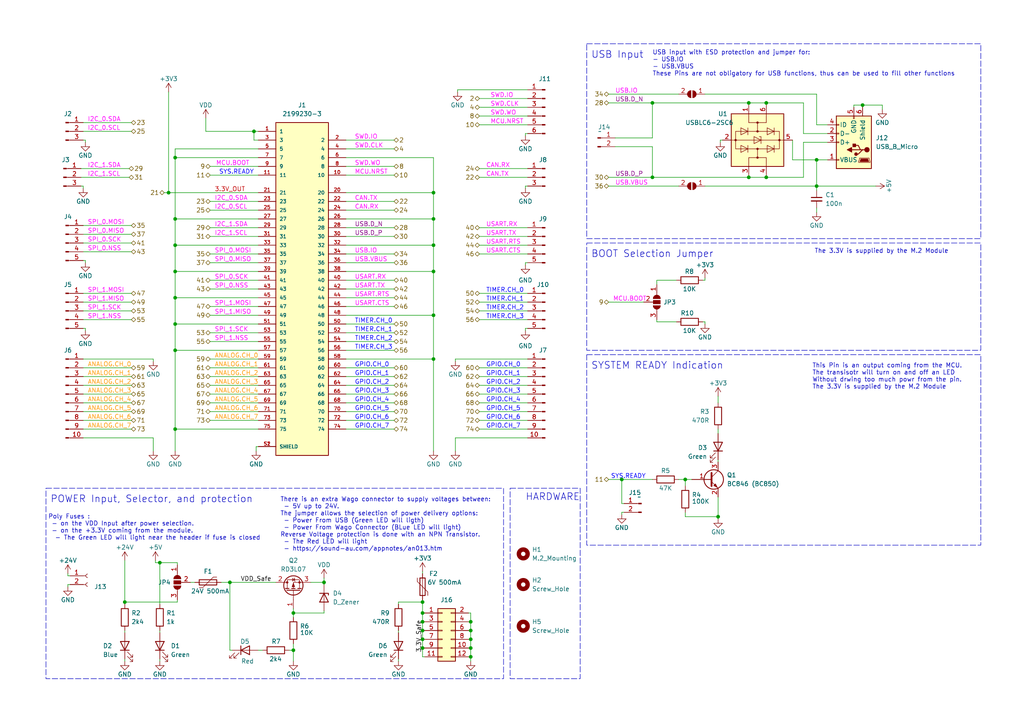
<source format=kicad_sch>
(kicad_sch (version 20230121) (generator eeschema)

  (uuid 287620b2-f802-47cb-a274-5e5f67182a6f)

  (paper "A4")

  

  (junction (at 50.8 45.72) (diameter 0) (color 0 0 0 0)
    (uuid 02ecf35b-a1e5-40d3-8c8d-ac0dc70fbadb)
  )
  (junction (at 125.73 104.14) (diameter 0) (color 0 0 0 0)
    (uuid 03bc5941-05f3-4412-8b04-a8db948940ff)
  )
  (junction (at 50.8 63.5) (diameter 0) (color 0 0 0 0)
    (uuid 06fe3394-a233-4c52-bcea-b483339363e4)
  )
  (junction (at 122.555 182.88) (diameter 0) (color 0 0 0 0)
    (uuid 08f98dad-34a5-43e8-96ba-f9dff0575b59)
  )
  (junction (at 122.555 174.625) (diameter 0) (color 0 0 0 0)
    (uuid 0dd02f93-c5db-431a-b3b7-fb3083267c57)
  )
  (junction (at 189.23 51.435) (diameter 0) (color 0 0 0 0)
    (uuid 0ef44d84-7769-41b2-ab50-9f9f9b01e6c9)
  )
  (junction (at 122.555 177.8) (diameter 0) (color 0 0 0 0)
    (uuid 0f546221-d9ee-4c6a-a7ce-22385c1a650b)
  )
  (junction (at 46.355 163.195) (diameter 0) (color 0 0 0 0)
    (uuid 20495e46-fe07-4180-ac70-4e3fa92c358c)
  )
  (junction (at 48.895 55.88) (diameter 0) (color 0 0 0 0)
    (uuid 293aa84c-631c-4d9c-8a38-13a0df55abd3)
  )
  (junction (at 73.66 38.1) (diameter 0) (color 0 0 0 0)
    (uuid 3043f436-3953-4e51-a08f-0aaa02455e61)
  )
  (junction (at 125.73 71.12) (diameter 0) (color 0 0 0 0)
    (uuid 34752695-2ac1-415a-9dc2-4ded0f275e14)
  )
  (junction (at 136.525 190.5) (diameter 0) (color 0 0 0 0)
    (uuid 36ef5a32-813e-48a2-96b4-abcdb9bac9fa)
  )
  (junction (at 125.73 55.88) (diameter 0) (color 0 0 0 0)
    (uuid 3bec3d87-8510-4cfa-a69f-fbb5aaeccd8c)
  )
  (junction (at 50.8 101.6) (diameter 0) (color 0 0 0 0)
    (uuid 3d481e76-07af-4dd3-807c-b16d018f1d17)
  )
  (junction (at 222.25 51.435) (diameter 0) (color 0 0 0 0)
    (uuid 3e645efa-4af2-4ede-8262-16f5d3f255d8)
  )
  (junction (at 222.25 29.845) (diameter 0) (color 0 0 0 0)
    (uuid 4004faa3-e2f3-474c-a6c7-b1627b9994a6)
  )
  (junction (at 180.34 139.065) (diameter 0) (color 0 0 0 0)
    (uuid 418e635c-52f4-4e9a-917a-7f1cdbbcbd2c)
  )
  (junction (at 50.8 86.36) (diameter 0) (color 0 0 0 0)
    (uuid 4352cf60-6469-444f-8349-8082f16459fe)
  )
  (junction (at 136.525 187.96) (diameter 0) (color 0 0 0 0)
    (uuid 507b5b56-ad08-42e0-9586-c51519115183)
  )
  (junction (at 122.555 180.34) (diameter 0) (color 0 0 0 0)
    (uuid 598ba84a-719a-4d13-b82c-51c3f5ce0e27)
  )
  (junction (at 236.855 53.975) (diameter 0) (color 0 0 0 0)
    (uuid 6b5a593a-62f0-4834-9062-e50ca03b8398)
  )
  (junction (at 136.525 180.34) (diameter 0) (color 0 0 0 0)
    (uuid 7706f26e-4d72-4078-9bde-1d0005fa9fba)
  )
  (junction (at 236.855 46.355) (diameter 0) (color 0 0 0 0)
    (uuid 7841f356-378d-4c54-887c-0a979560f2e2)
  )
  (junction (at 189.23 29.845) (diameter 0) (color 0 0 0 0)
    (uuid 7c456a9c-6910-4c1b-9528-80215188f882)
  )
  (junction (at 125.73 63.5) (diameter 0) (color 0 0 0 0)
    (uuid 7ec0ba63-fa47-446b-bd7f-627193492a6b)
  )
  (junction (at 122.555 187.96) (diameter 0) (color 0 0 0 0)
    (uuid 80200109-5f59-4c4c-a305-a11b9e1d6ce5)
  )
  (junction (at 136.525 182.88) (diameter 0) (color 0 0 0 0)
    (uuid 84e486f1-b64e-43bb-ba5b-c0397509b3c6)
  )
  (junction (at 66.675 168.91) (diameter 0) (color 0 0 0 0)
    (uuid 8aa59915-aafd-4d7f-a5e4-4671a499c0f2)
  )
  (junction (at 50.8 93.98) (diameter 0) (color 0 0 0 0)
    (uuid 91c3ea84-45a7-4646-afff-781e5ac51ebf)
  )
  (junction (at 250.19 30.48) (diameter 0) (color 0 0 0 0)
    (uuid 94a32192-2a66-45d5-ae4f-e4919b330132)
  )
  (junction (at 85.09 177.8) (diameter 0) (color 0 0 0 0)
    (uuid 96d7127e-cfa0-4c76-9e21-2033df738100)
  )
  (junction (at 50.8 124.46) (diameter 0) (color 0 0 0 0)
    (uuid 97ca8d98-7279-4c0e-abcf-fc977103a22d)
  )
  (junction (at 125.73 78.74) (diameter 0) (color 0 0 0 0)
    (uuid 9a352623-8792-499d-acbc-290230df7b6d)
  )
  (junction (at 198.755 139.065) (diameter 0) (color 0 0 0 0)
    (uuid a74e62fd-3ed5-48ba-9357-91eca1867cd2)
  )
  (junction (at 36.195 174.625) (diameter 0) (color 0 0 0 0)
    (uuid a793d5af-f2f6-444d-a2b6-8cabba34d764)
  )
  (junction (at 93.98 168.91) (diameter 0) (color 0 0 0 0)
    (uuid abbe31d0-678d-4f4e-b472-9a6c419da11e)
  )
  (junction (at 50.8 78.74) (diameter 0) (color 0 0 0 0)
    (uuid abd45592-8e80-41dc-b3e8-ffe221184035)
  )
  (junction (at 217.17 51.435) (diameter 0) (color 0 0 0 0)
    (uuid b26e8f3b-6061-46ad-a165-c8264aad0267)
  )
  (junction (at 217.17 29.845) (diameter 0) (color 0 0 0 0)
    (uuid bea6b3d4-c9ef-460a-af8b-174b848dabf3)
  )
  (junction (at 125.73 91.44) (diameter 0) (color 0 0 0 0)
    (uuid c21969e2-991d-4870-9a31-2f6f7316ac77)
  )
  (junction (at 85.09 188.595) (diameter 0) (color 0 0 0 0)
    (uuid eae1f8fe-f948-4a44-a3dd-607038614f58)
  )
  (junction (at 208.28 149.86) (diameter 0) (color 0 0 0 0)
    (uuid f0c99b94-a6db-422b-b809-6d6dca0b6787)
  )
  (junction (at 136.525 185.42) (diameter 0) (color 0 0 0 0)
    (uuid f3e4f201-1fe6-4fe6-84db-ade2bc667551)
  )
  (junction (at 122.555 185.42) (diameter 0) (color 0 0 0 0)
    (uuid fcf618bc-0493-4ed0-9287-788c6c156078)
  )
  (junction (at 50.8 71.12) (diameter 0) (color 0 0 0 0)
    (uuid ff97c671-ddc4-419b-bd49-a493d1c336a3)
  )

  (wire (pts (xy 60.96 104.14) (xy 74.93 104.14))
    (stroke (width 0) (type default))
    (uuid 011e3250-f6d4-4687-921c-8c60b5799e3e)
  )
  (wire (pts (xy 135.89 190.5) (xy 136.525 190.5))
    (stroke (width 0) (type default))
    (uuid 019ef88a-b2c6-46f5-8111-8b9a37b9de50)
  )
  (wire (pts (xy 74.93 50.8) (xy 60.96 50.8))
    (stroke (width 0) (type default))
    (uuid 01c2332f-5674-4c88-8fed-5299646e6a8f)
  )
  (wire (pts (xy 203.835 81.28) (xy 204.47 81.28))
    (stroke (width 0) (type default))
    (uuid 02e55274-024b-43c9-b3e2-e58680e1bd8e)
  )
  (wire (pts (xy 100.33 106.68) (xy 114.3 106.68))
    (stroke (width 0) (type default))
    (uuid 02f9dac9-f1c9-485e-8206-a38dc02cbd4b)
  )
  (wire (pts (xy 38.1 92.71) (xy 24.13 92.71))
    (stroke (width 0) (type default))
    (uuid 03298a09-0c72-4be4-9f34-5ba337db4d0b)
  )
  (wire (pts (xy 114.3 60.96) (xy 100.33 60.96))
    (stroke (width 0) (type default))
    (uuid 0361e746-83fe-488f-8db1-b2e68e18ffd9)
  )
  (wire (pts (xy 236.855 36.195) (xy 240.03 36.195))
    (stroke (width 0) (type default))
    (uuid 05f04341-0f0b-4cb7-b96e-840a9ffff12d)
  )
  (wire (pts (xy 60.96 119.38) (xy 74.93 119.38))
    (stroke (width 0) (type default))
    (uuid 0963f3da-568b-4476-8fac-3d3bc24fa944)
  )
  (wire (pts (xy 136.525 190.5) (xy 136.525 191.77))
    (stroke (width 0) (type default))
    (uuid 09aef8c7-4618-4b84-9d4f-a7cf68280e39)
  )
  (wire (pts (xy 180.975 148.59) (xy 180.34 148.59))
    (stroke (width 0) (type default))
    (uuid 0aa19b12-6810-4c22-bc70-66e94560caec)
  )
  (wire (pts (xy 189.23 51.435) (xy 217.17 51.435))
    (stroke (width 0) (type default))
    (uuid 0aa3e104-2b70-4ddb-b5b4-791a7b93e270)
  )
  (wire (pts (xy 100.33 111.76) (xy 114.3 111.76))
    (stroke (width 0) (type default))
    (uuid 0c8aeb49-266f-400f-8fe3-abd5619b9fb6)
  )
  (wire (pts (xy 125.73 104.14) (xy 125.73 130.81))
    (stroke (width 0) (type default))
    (uuid 0ce249f3-b26c-4ffb-873b-594b79199eae)
  )
  (wire (pts (xy 132.08 104.14) (xy 153.035 104.14))
    (stroke (width 0) (type default))
    (uuid 0f1fd879-aebe-4be8-be39-5fafefc151ab)
  )
  (wire (pts (xy 132.08 104.14) (xy 132.08 104.775))
    (stroke (width 0) (type default))
    (uuid 0f699d34-7ba8-4812-a2be-66cb8c111e3f)
  )
  (wire (pts (xy 136.525 185.42) (xy 136.525 187.96))
    (stroke (width 0) (type default))
    (uuid 0fb46bdc-45be-42a8-8d23-7493bd02c44c)
  )
  (wire (pts (xy 135.89 177.8) (xy 136.525 177.8))
    (stroke (width 0) (type default))
    (uuid 12f8c1d4-8900-49f7-b656-ef6e6bf5353e)
  )
  (wire (pts (xy 196.85 139.065) (xy 198.755 139.065))
    (stroke (width 0) (type default))
    (uuid 13d20911-783e-4933-b28d-d50cd857f7d3)
  )
  (wire (pts (xy 46.355 191.135) (xy 46.355 191.77))
    (stroke (width 0) (type default))
    (uuid 146c9300-d765-4c0f-9e77-3ba05af2ca49)
  )
  (wire (pts (xy 153.035 53.975) (xy 152.4 53.975))
    (stroke (width 0) (type default))
    (uuid 15564ff8-e5be-4627-a6d4-749e6b496656)
  )
  (wire (pts (xy 73.66 40.64) (xy 73.66 38.1))
    (stroke (width 0) (type default))
    (uuid 15b62b0e-9423-4235-90af-4ed58db275fa)
  )
  (wire (pts (xy 24.13 53.975) (xy 24.13 54.61))
    (stroke (width 0) (type default))
    (uuid 1b54f09a-a691-4f1a-a544-01541fb56bc3)
  )
  (wire (pts (xy 36.195 182.88) (xy 36.195 183.515))
    (stroke (width 0) (type default))
    (uuid 1b86ffe2-6a73-4d18-a576-701440de4bc3)
  )
  (wire (pts (xy 55.245 168.91) (xy 56.515 168.91))
    (stroke (width 0) (type default))
    (uuid 1df8407d-0c23-4f8f-81c6-6767e264c53e)
  )
  (wire (pts (xy 38.1 119.38) (xy 24.13 119.38))
    (stroke (width 0) (type default))
    (uuid 1e1d26f3-eb25-414c-9588-2bf8d74cbfa0)
  )
  (wire (pts (xy 51.435 174.625) (xy 51.435 173.99))
    (stroke (width 0) (type default))
    (uuid 1e50df7b-ab32-42a2-8b2b-b717241082d3)
  )
  (wire (pts (xy 125.73 71.12) (xy 125.73 78.74))
    (stroke (width 0) (type default))
    (uuid 1f7f1ac5-6555-4e20-bd35-4c5b3f14bfe9)
  )
  (wire (pts (xy 38.1 90.17) (xy 24.13 90.17))
    (stroke (width 0) (type default))
    (uuid 2054a7c5-37ff-4831-83f7-9588319911c6)
  )
  (wire (pts (xy 132.08 127) (xy 132.08 130.81))
    (stroke (width 0) (type default))
    (uuid 2075a02b-1d1e-4945-b8a7-b231a13301f5)
  )
  (wire (pts (xy 60.96 68.58) (xy 74.93 68.58))
    (stroke (width 0) (type default))
    (uuid 21702380-0196-47bc-93b7-3e0c1f2af8e9)
  )
  (wire (pts (xy 222.25 29.845) (xy 233.045 29.845))
    (stroke (width 0) (type default))
    (uuid 21c8be7e-6cae-406f-b763-34b617d474c3)
  )
  (wire (pts (xy 180.975 146.05) (xy 180.34 146.05))
    (stroke (width 0) (type default))
    (uuid 220cfc87-3eda-4775-8fcf-359eaa9d674c)
  )
  (wire (pts (xy 38.1 73.025) (xy 24.13 73.025))
    (stroke (width 0) (type default))
    (uuid 22198154-dfac-4aea-9e59-442190fe8013)
  )
  (wire (pts (xy 236.855 53.975) (xy 236.855 55.245))
    (stroke (width 0) (type default))
    (uuid 23a1d2ea-44f5-45a2-a7ff-01a0408b3954)
  )
  (wire (pts (xy 136.525 180.34) (xy 136.525 182.88))
    (stroke (width 0) (type default))
    (uuid 245f5549-6186-4d2e-84b2-de03cfde5b1b)
  )
  (wire (pts (xy 85.09 188.595) (xy 85.09 191.77))
    (stroke (width 0) (type default))
    (uuid 24959d74-d000-4b9f-a9ee-58248d7ddfb3)
  )
  (wire (pts (xy 115.57 191.135) (xy 115.57 191.77))
    (stroke (width 0) (type default))
    (uuid 24974ab0-dcff-4d97-8375-f7204fb78b5b)
  )
  (wire (pts (xy 208.28 144.145) (xy 208.28 149.86))
    (stroke (width 0) (type default))
    (uuid 250afa60-1ed3-47ec-bf4c-3cf44394b596)
  )
  (wire (pts (xy 139.065 28.575) (xy 153.035 28.575))
    (stroke (width 0) (type default))
    (uuid 25aae41b-1a1d-4080-bad6-afd58c0c7fc4)
  )
  (wire (pts (xy 152.4 53.975) (xy 152.4 54.61))
    (stroke (width 0) (type default))
    (uuid 25f5929f-8222-4afa-b440-fa3b692dc7e1)
  )
  (wire (pts (xy 190.5 81.28) (xy 190.5 82.55))
    (stroke (width 0) (type default))
    (uuid 26442d6f-bad6-4032-a444-c83b760186ae)
  )
  (wire (pts (xy 100.33 45.72) (xy 125.73 45.72))
    (stroke (width 0) (type default))
    (uuid 29648993-c0d0-4f20-8bd9-b15c5e7887c7)
  )
  (wire (pts (xy 38.1 111.76) (xy 24.13 111.76))
    (stroke (width 0) (type default))
    (uuid 29a61c64-d280-49aa-80c1-d568fa7ea9bf)
  )
  (wire (pts (xy 50.8 43.18) (xy 50.8 45.72))
    (stroke (width 0) (type default))
    (uuid 29bb8733-57e1-400b-bc12-2ecc3d174674)
  )
  (wire (pts (xy 100.33 116.84) (xy 114.3 116.84))
    (stroke (width 0) (type default))
    (uuid 2b745bc2-1f01-4d7a-b3b1-480ffbaad805)
  )
  (wire (pts (xy 93.98 168.91) (xy 93.98 169.545))
    (stroke (width 0) (type default))
    (uuid 2baff1c1-f9b3-4431-81d2-a4decbd052ee)
  )
  (wire (pts (xy 122.555 190.5) (xy 123.19 190.5))
    (stroke (width 0) (type default))
    (uuid 2cde49b2-f5e5-46c5-ae24-ad30dbbb2d30)
  )
  (wire (pts (xy 204.47 27.305) (xy 236.855 27.305))
    (stroke (width 0) (type default))
    (uuid 2e8ce219-d804-48cf-9800-0237a7602888)
  )
  (wire (pts (xy 236.855 53.975) (xy 254 53.975))
    (stroke (width 0) (type default))
    (uuid 2ee95ca4-ab52-41a4-8e21-d09e54b273b5)
  )
  (wire (pts (xy 60.96 91.44) (xy 74.93 91.44))
    (stroke (width 0) (type default))
    (uuid 3113253e-d79a-4142-879e-4fb5f8c4f58a)
  )
  (wire (pts (xy 125.73 55.88) (xy 125.73 63.5))
    (stroke (width 0) (type default))
    (uuid 31c74aee-70bd-416e-9d71-abe28dbfb5cb)
  )
  (wire (pts (xy 46.355 163.195) (xy 46.355 175.26))
    (stroke (width 0) (type default))
    (uuid 32b8cdb8-53e7-4554-9129-181ed798ae1b)
  )
  (wire (pts (xy 100.33 50.8) (xy 114.3 50.8))
    (stroke (width 0) (type default))
    (uuid 332ada6d-97a3-4845-967c-652cca8bc8de)
  )
  (wire (pts (xy 50.8 71.12) (xy 50.8 78.74))
    (stroke (width 0) (type default))
    (uuid 334efed1-9758-44d7-a913-dc2bdbdccbd2)
  )
  (wire (pts (xy 36.195 162.56) (xy 36.195 174.625))
    (stroke (width 0) (type default))
    (uuid 33f204bf-33a8-4495-8450-5b5570499451)
  )
  (wire (pts (xy 240.03 46.355) (xy 236.855 46.355))
    (stroke (width 0) (type default))
    (uuid 358eb85c-fa0e-48a3-a114-170d468a3493)
  )
  (wire (pts (xy 38.1 109.22) (xy 24.13 109.22))
    (stroke (width 0) (type default))
    (uuid 363c027e-ce00-40e7-9d21-763600344747)
  )
  (wire (pts (xy 153.035 68.58) (xy 139.065 68.58))
    (stroke (width 0) (type default))
    (uuid 383ea48f-3c13-4a68-86f8-fce8017e2071)
  )
  (wire (pts (xy 153.035 116.84) (xy 139.065 116.84))
    (stroke (width 0) (type default))
    (uuid 3aab8869-a5ca-40ad-ae24-a2a7e6d60325)
  )
  (wire (pts (xy 222.25 51.435) (xy 233.045 51.435))
    (stroke (width 0) (type default))
    (uuid 3c0cd147-af88-4634-8886-dad82eff90ba)
  )
  (wire (pts (xy 100.33 63.5) (xy 125.73 63.5))
    (stroke (width 0) (type default))
    (uuid 3c115bff-895c-413a-b636-2461f329f4f4)
  )
  (wire (pts (xy 189.23 29.845) (xy 189.23 40.005))
    (stroke (width 0) (type default))
    (uuid 3c9dc066-057e-4f03-9f4a-f69bd62867d2)
  )
  (wire (pts (xy 100.33 93.98) (xy 114.3 93.98))
    (stroke (width 0) (type default))
    (uuid 3d98142a-e621-4a8b-9146-03f84600a5fa)
  )
  (wire (pts (xy 100.33 43.18) (xy 114.3 43.18))
    (stroke (width 0) (type default))
    (uuid 3de22ed7-6a55-4a67-b033-913b409b3915)
  )
  (wire (pts (xy 198.755 148.59) (xy 198.755 149.86))
    (stroke (width 0) (type default))
    (uuid 40236ff2-c5ec-45b2-b252-0ffb13f15091)
  )
  (wire (pts (xy 217.17 50.8) (xy 217.17 51.435))
    (stroke (width 0) (type default))
    (uuid 410ca8f4-9297-40d8-838d-e601edbcf0a6)
  )
  (wire (pts (xy 153.035 111.76) (xy 139.065 111.76))
    (stroke (width 0) (type default))
    (uuid 439bcc6b-b6f7-472e-a993-0807494bd8d8)
  )
  (wire (pts (xy 74.295 130.81) (xy 74.295 129.54))
    (stroke (width 0) (type default))
    (uuid 43cc30a8-42c3-4c73-8e3a-a92121f00289)
  )
  (wire (pts (xy 59.69 38.1) (xy 73.66 38.1))
    (stroke (width 0) (type default))
    (uuid 43d955a2-2b54-43ff-b85c-e8f12589f7d3)
  )
  (wire (pts (xy 100.33 124.46) (xy 114.3 124.46))
    (stroke (width 0) (type default))
    (uuid 45457fee-be34-441f-85bc-53e56937cb03)
  )
  (wire (pts (xy 38.1 38.1) (xy 24.13 38.1))
    (stroke (width 0) (type default))
    (uuid 4758b580-88d1-4879-a5ae-25ae7a48b09b)
  )
  (wire (pts (xy 100.33 114.3) (xy 114.3 114.3))
    (stroke (width 0) (type default))
    (uuid 4767c9b5-ee51-4157-a5e2-113fd4dca322)
  )
  (wire (pts (xy 60.96 99.06) (xy 74.93 99.06))
    (stroke (width 0) (type default))
    (uuid 485a2793-0792-4ef0-8c25-4ffe976156dd)
  )
  (wire (pts (xy 122.555 180.34) (xy 122.555 182.88))
    (stroke (width 0) (type default))
    (uuid 48739cc9-3521-4ebe-af64-a9303bb84ee9)
  )
  (wire (pts (xy 24.765 75.565) (xy 24.765 76.2))
    (stroke (width 0) (type default))
    (uuid 4a323679-a8a9-4669-a935-e99f3ce8041f)
  )
  (wire (pts (xy 100.33 71.12) (xy 125.73 71.12))
    (stroke (width 0) (type default))
    (uuid 4b05c51b-8c57-4d41-835f-44809f295f8e)
  )
  (wire (pts (xy 93.98 167.64) (xy 93.98 168.91))
    (stroke (width 0) (type default))
    (uuid 4b1dfc27-fef4-4f14-80d3-64f1c0ba3926)
  )
  (wire (pts (xy 100.33 40.64) (xy 114.3 40.64))
    (stroke (width 0) (type default))
    (uuid 4b27c627-d9b1-4321-b85a-12a1464a3aa7)
  )
  (wire (pts (xy 217.17 29.845) (xy 222.25 29.845))
    (stroke (width 0) (type default))
    (uuid 4c51170a-5ec5-4c72-a3d9-c92770b9128d)
  )
  (wire (pts (xy 189.23 29.845) (xy 217.17 29.845))
    (stroke (width 0) (type default))
    (uuid 4c61615a-01e9-4bdb-91c6-181eb538db36)
  )
  (wire (pts (xy 250.19 30.48) (xy 255.905 30.48))
    (stroke (width 0) (type default))
    (uuid 4ef45e33-513a-4b8c-8264-cfe5498ed81e)
  )
  (wire (pts (xy 100.33 104.14) (xy 125.73 104.14))
    (stroke (width 0) (type default))
    (uuid 4f0084f5-e624-433c-bb4c-d43cb6a1ae4b)
  )
  (wire (pts (xy 198.755 139.065) (xy 198.755 140.97))
    (stroke (width 0) (type default))
    (uuid 4fcc4d9d-0808-4036-9405-bb758e274c46)
  )
  (wire (pts (xy 208.28 124.46) (xy 208.28 125.73))
    (stroke (width 0) (type default))
    (uuid 51cfa8f8-a9aa-402f-ad52-86f095e41c8c)
  )
  (wire (pts (xy 208.28 114.935) (xy 208.28 116.84))
    (stroke (width 0) (type default))
    (uuid 52c1766f-1950-43fb-97ff-75bef3a3de42)
  )
  (wire (pts (xy 60.96 66.04) (xy 74.93 66.04))
    (stroke (width 0) (type default))
    (uuid 54635a26-ce6f-4e63-808e-b170bd3d89cb)
  )
  (wire (pts (xy 255.905 30.48) (xy 255.905 31.75))
    (stroke (width 0) (type default))
    (uuid 54a8dec4-c4b6-45c8-9a08-e4a6d851a023)
  )
  (wire (pts (xy 24.13 104.14) (xy 44.45 104.14))
    (stroke (width 0) (type default))
    (uuid 569d62be-e839-4f5a-9916-afe304e6b6bb)
  )
  (wire (pts (xy 60.96 111.76) (xy 74.93 111.76))
    (stroke (width 0) (type default))
    (uuid 592dd281-1b1d-4343-95b5-a2566c61d871)
  )
  (wire (pts (xy 153.035 87.63) (xy 139.065 87.63))
    (stroke (width 0) (type default))
    (uuid 59e07091-5fd4-4d99-b9c7-5c6af1f34463)
  )
  (wire (pts (xy 190.5 93.345) (xy 196.215 93.345))
    (stroke (width 0) (type default))
    (uuid 5a334845-5b67-4cd0-af2a-070a82675908)
  )
  (wire (pts (xy 38.1 124.46) (xy 24.13 124.46))
    (stroke (width 0) (type default))
    (uuid 5ab2dbe5-5c34-4af5-ac59-dded085d78c8)
  )
  (wire (pts (xy 37.465 48.895) (xy 23.495 48.895))
    (stroke (width 0) (type default))
    (uuid 5b09c0c1-9376-42da-9d1f-1a1c6f8bf6c6)
  )
  (wire (pts (xy 236.855 27.305) (xy 236.855 36.195))
    (stroke (width 0) (type default))
    (uuid 5b807b4c-fe54-414e-9f4c-77bd5493290e)
  )
  (wire (pts (xy 153.035 76.2) (xy 152.4 76.2))
    (stroke (width 0) (type default))
    (uuid 5ba8c6c3-28e9-4ea6-8d39-2a9298566a08)
  )
  (wire (pts (xy 66.675 168.91) (xy 80.01 168.91))
    (stroke (width 0) (type default))
    (uuid 5c3359e0-07f6-467a-851a-301a56fd14c7)
  )
  (wire (pts (xy 46.355 163.195) (xy 51.435 163.195))
    (stroke (width 0) (type default))
    (uuid 5c9f99fd-6dc8-4dd8-ac77-3d5bec931926)
  )
  (wire (pts (xy 45.085 163.195) (xy 45.085 162.56))
    (stroke (width 0) (type default))
    (uuid 5d6ed156-751c-4b7e-9272-17d344fa6785)
  )
  (wire (pts (xy 67.31 188.595) (xy 66.675 188.595))
    (stroke (width 0) (type default))
    (uuid 5d89cc90-cf73-4d02-8400-a24a26d1281b)
  )
  (wire (pts (xy 152.4 95.25) (xy 152.4 95.885))
    (stroke (width 0) (type default))
    (uuid 5d99f32e-2d67-4801-8be5-9aeb14aa7476)
  )
  (wire (pts (xy 135.89 180.34) (xy 136.525 180.34))
    (stroke (width 0) (type default))
    (uuid 5e50cec2-a357-4a88-bd0f-a568377ddb48)
  )
  (wire (pts (xy 100.33 91.44) (xy 125.73 91.44))
    (stroke (width 0) (type default))
    (uuid 5ef7576a-3a44-4f1d-b5b6-eb9cc42f489b)
  )
  (wire (pts (xy 24.13 95.25) (xy 24.765 95.25))
    (stroke (width 0) (type default))
    (uuid 603f699a-b811-4e58-b864-4d5ba9afb385)
  )
  (wire (pts (xy 176.53 29.845) (xy 189.23 29.845))
    (stroke (width 0) (type default))
    (uuid 61116c14-0a52-4472-ac95-1e5cb86ce95c)
  )
  (wire (pts (xy 19.685 167.005) (xy 20.32 167.005))
    (stroke (width 0) (type default))
    (uuid 6135e044-8906-4159-b552-37d283ea8911)
  )
  (wire (pts (xy 217.17 51.435) (xy 222.25 51.435))
    (stroke (width 0) (type default))
    (uuid 615dcc0b-ad3e-45cd-bf12-054f554bccb3)
  )
  (wire (pts (xy 48.895 26.67) (xy 48.895 55.88))
    (stroke (width 0) (type default))
    (uuid 61623cc0-6e3d-402a-ad67-722beb3040df)
  )
  (wire (pts (xy 19.685 166.37) (xy 19.685 167.005))
    (stroke (width 0) (type default))
    (uuid 6190747d-9771-461f-8718-128342967a26)
  )
  (wire (pts (xy 60.96 81.28) (xy 74.93 81.28))
    (stroke (width 0) (type default))
    (uuid 61c12dc6-60cb-455c-af00-21f87d6d89f7)
  )
  (wire (pts (xy 125.73 78.74) (xy 125.73 91.44))
    (stroke (width 0) (type default))
    (uuid 62ea4c6c-2573-4795-89a6-2103d747b094)
  )
  (wire (pts (xy 45.085 163.195) (xy 46.355 163.195))
    (stroke (width 0) (type default))
    (uuid 62ee8b4d-09e6-4167-9467-7c2fc9c0098e)
  )
  (wire (pts (xy 50.8 86.36) (xy 50.8 93.98))
    (stroke (width 0) (type default))
    (uuid 63cb2926-6ac4-486f-8063-aa111c381890)
  )
  (wire (pts (xy 204.47 81.28) (xy 204.47 80.645))
    (stroke (width 0) (type default))
    (uuid 6407b37c-8e43-43b4-87cd-35feb1482cba)
  )
  (wire (pts (xy 47.625 55.88) (xy 48.895 55.88))
    (stroke (width 0) (type default))
    (uuid 653ac976-afa1-4e9f-a0df-6b4d94bc9be9)
  )
  (wire (pts (xy 176.53 139.065) (xy 180.34 139.065))
    (stroke (width 0) (type default))
    (uuid 6558c83b-b212-4528-abb6-a7a849be6c2d)
  )
  (wire (pts (xy 50.8 71.12) (xy 74.93 71.12))
    (stroke (width 0) (type default))
    (uuid 66231299-972c-4932-abf7-b8e03468d93d)
  )
  (wire (pts (xy 125.73 63.5) (xy 125.73 71.12))
    (stroke (width 0) (type default))
    (uuid 662adc3c-4e3e-487a-a94d-1d87c549d6bc)
  )
  (wire (pts (xy 50.8 93.98) (xy 74.93 93.98))
    (stroke (width 0) (type default))
    (uuid 6864d2ae-7d00-4bb0-9feb-566dae0854fd)
  )
  (wire (pts (xy 50.8 124.46) (xy 50.8 130.81))
    (stroke (width 0) (type default))
    (uuid 694d1013-d9ab-465f-b041-736a93b63119)
  )
  (wire (pts (xy 198.755 139.065) (xy 200.66 139.065))
    (stroke (width 0) (type default))
    (uuid 6bcffef1-c909-47f1-97b0-e370286d1258)
  )
  (wire (pts (xy 180.34 139.065) (xy 189.23 139.065))
    (stroke (width 0) (type default))
    (uuid 6ceb242e-df3f-489d-ae2a-a213a4961290)
  )
  (wire (pts (xy 93.98 177.165) (xy 93.98 177.8))
    (stroke (width 0) (type default))
    (uuid 6dbdcb34-e56e-449b-a9e5-dca44b1e58f0)
  )
  (wire (pts (xy 189.23 42.545) (xy 189.23 51.435))
    (stroke (width 0) (type default))
    (uuid 6e3042e4-567a-490a-8259-541e88b0e43e)
  )
  (wire (pts (xy 153.035 92.71) (xy 139.065 92.71))
    (stroke (width 0) (type default))
    (uuid 6f1dd8bb-abb7-4cf3-837b-c5934104d08a)
  )
  (wire (pts (xy 153.035 127) (xy 132.08 127))
    (stroke (width 0) (type default))
    (uuid 6f9c0381-3391-4875-9203-7d0d58b2529c)
  )
  (wire (pts (xy 36.195 174.625) (xy 36.195 175.26))
    (stroke (width 0) (type default))
    (uuid 70197a42-72c2-4b9c-a542-a8d54d3649af)
  )
  (wire (pts (xy 222.25 30.48) (xy 222.25 29.845))
    (stroke (width 0) (type default))
    (uuid 7123ca4c-e049-412b-b5b8-18144bbf5bc5)
  )
  (wire (pts (xy 152.4 95.25) (xy 153.035 95.25))
    (stroke (width 0) (type default))
    (uuid 71494463-96be-49bc-a065-cb70807a6415)
  )
  (wire (pts (xy 208.28 149.86) (xy 208.28 150.495))
    (stroke (width 0) (type default))
    (uuid 7165c0d5-3aaa-4804-a5df-c252c1a2e027)
  )
  (wire (pts (xy 60.96 116.84) (xy 74.93 116.84))
    (stroke (width 0) (type default))
    (uuid 72b550e3-6cf0-4884-8cda-127fab5a27e7)
  )
  (wire (pts (xy 139.065 51.435) (xy 153.035 51.435))
    (stroke (width 0) (type default))
    (uuid 72b94a65-0933-475f-959d-c4816786be11)
  )
  (wire (pts (xy 24.765 95.25) (xy 24.765 95.885))
    (stroke (width 0) (type default))
    (uuid 72dde731-ee9a-466e-992e-ade71c885451)
  )
  (wire (pts (xy 36.195 174.625) (xy 51.435 174.625))
    (stroke (width 0) (type default))
    (uuid 74030fd4-e21b-4a87-8dcd-004481e93c8e)
  )
  (wire (pts (xy 190.5 92.71) (xy 190.5 93.345))
    (stroke (width 0) (type default))
    (uuid 74f724c5-8288-413f-8be8-5793d136638e)
  )
  (wire (pts (xy 38.1 121.92) (xy 24.13 121.92))
    (stroke (width 0) (type default))
    (uuid 76004e54-08d5-456a-b434-78526d4bf1be)
  )
  (wire (pts (xy 233.045 41.275) (xy 233.045 51.435))
    (stroke (width 0) (type default))
    (uuid 76350a7e-0e18-49c2-a864-b076f6bd9a62)
  )
  (wire (pts (xy 76.2 188.595) (xy 74.93 188.595))
    (stroke (width 0) (type default))
    (uuid 7738efe0-cd6a-41ab-b2bd-d4647c93319e)
  )
  (wire (pts (xy 50.8 63.5) (xy 50.8 71.12))
    (stroke (width 0) (type default))
    (uuid 778df221-5bda-4080-8ab6-4eb0a028af68)
  )
  (wire (pts (xy 122.555 173.99) (xy 122.555 174.625))
    (stroke (width 0) (type default))
    (uuid 786d7dac-985a-499c-b0b3-d3fd4f327d3a)
  )
  (wire (pts (xy 60.96 109.22) (xy 74.93 109.22))
    (stroke (width 0) (type default))
    (uuid 7aa575ea-6119-436e-be1d-bce5c66040df)
  )
  (wire (pts (xy 60.96 114.3) (xy 74.93 114.3))
    (stroke (width 0) (type default))
    (uuid 7adf0946-a812-4196-bc14-c5c1a3bb9590)
  )
  (wire (pts (xy 38.1 35.56) (xy 24.13 35.56))
    (stroke (width 0) (type default))
    (uuid 7b1ca831-23e4-4eb7-babb-7a72f1300716)
  )
  (wire (pts (xy 38.1 67.945) (xy 24.13 67.945))
    (stroke (width 0) (type default))
    (uuid 7b6ccd53-7e79-43c0-88c9-a47212e2955f)
  )
  (wire (pts (xy 100.33 86.36) (xy 114.3 86.36))
    (stroke (width 0) (type default))
    (uuid 7c35dea6-a805-4f27-b559-f3674278e37a)
  )
  (wire (pts (xy 60.96 73.66) (xy 74.93 73.66))
    (stroke (width 0) (type default))
    (uuid 7cd9f779-2ea7-4515-9320-01bad5b22aca)
  )
  (wire (pts (xy 125.73 45.72) (xy 125.73 55.88))
    (stroke (width 0) (type default))
    (uuid 7d480a2c-d37a-4718-91ee-ca46f77bf4a9)
  )
  (wire (pts (xy 38.1 106.68) (xy 24.13 106.68))
    (stroke (width 0) (type default))
    (uuid 7e498420-9634-49cf-ab35-e51f10c4d2e6)
  )
  (wire (pts (xy 60.96 96.52) (xy 74.93 96.52))
    (stroke (width 0) (type default))
    (uuid 7fc9a325-804c-475b-a869-0a47abb02915)
  )
  (wire (pts (xy 178.435 42.545) (xy 189.23 42.545))
    (stroke (width 0) (type default))
    (uuid 801e317f-55fc-415e-8046-eb35b97ca783)
  )
  (wire (pts (xy 85.09 186.69) (xy 85.09 188.595))
    (stroke (width 0) (type default))
    (uuid 805b6128-ace2-46aa-8248-6b05982789a6)
  )
  (wire (pts (xy 178.435 40.005) (xy 189.23 40.005))
    (stroke (width 0) (type default))
    (uuid 810a7ee0-9c16-4c6e-a994-bab091667a61)
  )
  (wire (pts (xy 38.1 114.3) (xy 24.13 114.3))
    (stroke (width 0) (type default))
    (uuid 82c1608f-c654-474f-a291-f380460afb3f)
  )
  (wire (pts (xy 114.3 66.04) (xy 100.33 66.04))
    (stroke (width 0) (type default))
    (uuid 83f640e2-62ad-4357-a164-e03a4f71f676)
  )
  (wire (pts (xy 50.8 124.46) (xy 74.93 124.46))
    (stroke (width 0) (type default))
    (uuid 841e1656-3caf-4a67-92bd-5b865aa1b0c8)
  )
  (wire (pts (xy 85.09 176.53) (xy 85.09 177.8))
    (stroke (width 0) (type default))
    (uuid 848d1f46-a71f-43de-92bb-3ea830216459)
  )
  (wire (pts (xy 100.33 88.9) (xy 114.3 88.9))
    (stroke (width 0) (type default))
    (uuid 86da2412-4cee-45fe-9f80-82075ad816f9)
  )
  (wire (pts (xy 73.66 38.1) (xy 74.93 38.1))
    (stroke (width 0) (type default))
    (uuid 87026117-b8c0-4a06-8ccf-ee1ba0b1c2c2)
  )
  (wire (pts (xy 100.33 119.38) (xy 114.3 119.38))
    (stroke (width 0) (type default))
    (uuid 871d08cf-8bf5-4069-907d-294391320f64)
  )
  (wire (pts (xy 152.4 38.735) (xy 153.035 38.735))
    (stroke (width 0) (type default))
    (uuid 87295b09-fc1b-4c2d-bce0-18a4b1735aa5)
  )
  (wire (pts (xy 24.13 127) (xy 44.45 127))
    (stroke (width 0) (type default))
    (uuid 890cc931-5e27-4738-bf11-ce4909858e8f)
  )
  (wire (pts (xy 60.96 76.2) (xy 74.93 76.2))
    (stroke (width 0) (type default))
    (uuid 8971f495-ebba-497e-88c2-27686d61cd6d)
  )
  (wire (pts (xy 122.555 187.96) (xy 123.19 187.96))
    (stroke (width 0) (type default))
    (uuid 89f8f085-2c4a-4f91-b551-8ba89881cab2)
  )
  (wire (pts (xy 48.895 55.88) (xy 74.93 55.88))
    (stroke (width 0) (type default))
    (uuid 8b9cb721-4bc2-4fdf-94d8-1e89454ab79d)
  )
  (wire (pts (xy 135.89 185.42) (xy 136.525 185.42))
    (stroke (width 0) (type default))
    (uuid 8bf1a991-74ef-48d8-8150-e45a48c583ed)
  )
  (wire (pts (xy 46.355 182.88) (xy 46.355 183.515))
    (stroke (width 0) (type default))
    (uuid 8c6846b9-97e7-4695-b0af-fcf795e6aeb5)
  )
  (wire (pts (xy 85.09 177.8) (xy 85.09 179.07))
    (stroke (width 0) (type default))
    (uuid 8d8e0e3d-7ae0-4adb-a20f-72132eb9c9eb)
  )
  (wire (pts (xy 38.1 87.63) (xy 24.13 87.63))
    (stroke (width 0) (type default))
    (uuid 8d9ec40f-3af4-432e-9b41-2b5bd32e1bf7)
  )
  (wire (pts (xy 24.765 40.64) (xy 24.765 41.275))
    (stroke (width 0) (type default))
    (uuid 903d7890-3811-4959-9684-8595f7ce0bdf)
  )
  (wire (pts (xy 100.33 101.6) (xy 114.3 101.6))
    (stroke (width 0) (type default))
    (uuid 9068e7e9-5062-4627-8975-93bdd7ebc9dc)
  )
  (wire (pts (xy 233.045 29.845) (xy 233.045 38.735))
    (stroke (width 0) (type default))
    (uuid 906fb95c-020c-4995-bff3-1a9c560c88b3)
  )
  (wire (pts (xy 83.82 188.595) (xy 85.09 188.595))
    (stroke (width 0) (type default))
    (uuid 9113f399-7aa4-4dcd-b497-a2b34331cf08)
  )
  (wire (pts (xy 60.96 106.68) (xy 74.93 106.68))
    (stroke (width 0) (type default))
    (uuid 919ab852-da65-4e58-9a6b-73eaa121b02a)
  )
  (wire (pts (xy 60.96 83.82) (xy 74.93 83.82))
    (stroke (width 0) (type default))
    (uuid 93587ed0-00ea-48ef-a4b4-ddfac95febb6)
  )
  (wire (pts (xy 66.675 168.91) (xy 66.675 188.595))
    (stroke (width 0) (type default))
    (uuid 93b5b367-f9f0-4e10-9f40-d498e2c6a219)
  )
  (wire (pts (xy 229.87 46.355) (xy 229.87 40.64))
    (stroke (width 0) (type default))
    (uuid 99491061-ce97-4a2a-81bf-212787b00f48)
  )
  (wire (pts (xy 60.96 121.92) (xy 74.93 121.92))
    (stroke (width 0) (type default))
    (uuid 9a545196-3079-466a-9c2b-c8c792b1d6b8)
  )
  (wire (pts (xy 38.1 70.485) (xy 24.13 70.485))
    (stroke (width 0) (type default))
    (uuid 9aab6d06-f266-4b78-beaf-268112a61495)
  )
  (wire (pts (xy 50.8 93.98) (xy 50.8 101.6))
    (stroke (width 0) (type default))
    (uuid 9b0cf026-99c0-41bc-a9d2-be384e25f485)
  )
  (wire (pts (xy 38.1 65.405) (xy 24.13 65.405))
    (stroke (width 0) (type default))
    (uuid 9b677f5b-ad77-46e1-a5ff-0e1b222b7fd0)
  )
  (wire (pts (xy 176.53 51.435) (xy 189.23 51.435))
    (stroke (width 0) (type default))
    (uuid 9d67963d-09ba-4698-b45b-10f0e70bc7b3)
  )
  (wire (pts (xy 208.28 133.35) (xy 208.28 133.985))
    (stroke (width 0) (type default))
    (uuid 9e676b1a-3a15-4c7a-afa3-25d1d7bdeb5a)
  )
  (wire (pts (xy 136.525 182.88) (xy 136.525 185.42))
    (stroke (width 0) (type default))
    (uuid 9f5e8bbe-2a7b-4430-8b2e-2a5ead7b48e3)
  )
  (wire (pts (xy 50.8 78.74) (xy 50.8 86.36))
    (stroke (width 0) (type default))
    (uuid 9f6247a0-02cd-4bad-81cf-c767ebe45ffe)
  )
  (wire (pts (xy 44.45 127) (xy 44.45 130.81))
    (stroke (width 0) (type default))
    (uuid a0cb6d45-c797-488d-b879-9957771e9ee8)
  )
  (wire (pts (xy 122.555 182.88) (xy 122.555 185.42))
    (stroke (width 0) (type default))
    (uuid a0e7d710-574e-4c56-b489-38d29150b180)
  )
  (wire (pts (xy 93.98 177.8) (xy 85.09 177.8))
    (stroke (width 0) (type default))
    (uuid a249ac32-6867-40e7-942a-c39a99ecc9bf)
  )
  (wire (pts (xy 115.57 182.88) (xy 115.57 183.515))
    (stroke (width 0) (type default))
    (uuid a522c232-d4cb-40fe-8a81-d6d11f5835bc)
  )
  (wire (pts (xy 136.525 177.8) (xy 136.525 180.34))
    (stroke (width 0) (type default))
    (uuid a63f2e8f-34ce-4930-8ad5-57a9b25e10c2)
  )
  (wire (pts (xy 74.93 40.64) (xy 73.66 40.64))
    (stroke (width 0) (type default))
    (uuid a640b2a4-89b4-4484-b680-db021d6363a5)
  )
  (wire (pts (xy 122.555 165.735) (xy 122.555 166.37))
    (stroke (width 0) (type default))
    (uuid a65d4621-004d-47bc-9713-c038483de1aa)
  )
  (wire (pts (xy 153.035 106.68) (xy 139.065 106.68))
    (stroke (width 0) (type default))
    (uuid ac8b5386-9a3b-40f5-a7f2-6ed39153b800)
  )
  (wire (pts (xy 122.555 182.88) (xy 123.19 182.88))
    (stroke (width 0) (type default))
    (uuid acedf0cb-2578-4dd4-9444-937984419952)
  )
  (wire (pts (xy 198.755 149.86) (xy 208.28 149.86))
    (stroke (width 0) (type default))
    (uuid ad05f487-fbab-42a5-a549-4a988c33d42b)
  )
  (wire (pts (xy 139.065 36.195) (xy 153.035 36.195))
    (stroke (width 0) (type default))
    (uuid adeea043-2c29-47b1-a011-efcd4ffb55f7)
  )
  (wire (pts (xy 176.53 27.305) (xy 196.85 27.305))
    (stroke (width 0) (type default))
    (uuid af2c4bfd-af41-4210-8989-6d4265a85392)
  )
  (wire (pts (xy 50.8 101.6) (xy 74.93 101.6))
    (stroke (width 0) (type default))
    (uuid b1a88da0-1bda-429a-b185-28ae22736cde)
  )
  (wire (pts (xy 139.065 31.115) (xy 153.035 31.115))
    (stroke (width 0) (type default))
    (uuid b2be7b71-cfb6-4c8d-8aa2-608f7461fd67)
  )
  (wire (pts (xy 250.19 30.48) (xy 250.19 31.115))
    (stroke (width 0) (type default))
    (uuid b42610f6-4263-46fb-955c-4ea03c78583d)
  )
  (wire (pts (xy 60.96 58.42) (xy 74.93 58.42))
    (stroke (width 0) (type default))
    (uuid b4364004-39a5-4b58-8b03-e2d5aea5e005)
  )
  (wire (pts (xy 100.33 99.06) (xy 114.3 99.06))
    (stroke (width 0) (type default))
    (uuid b536c140-bdd1-4d75-803f-89b3db31b29c)
  )
  (wire (pts (xy 100.33 96.52) (xy 114.3 96.52))
    (stroke (width 0) (type default))
    (uuid b7de2bdf-fb88-46fc-b189-ee0917bf77cd)
  )
  (wire (pts (xy 114.3 58.42) (xy 100.33 58.42))
    (stroke (width 0) (type default))
    (uuid b82ec9a5-2acf-43ed-93eb-bd1cbc13601b)
  )
  (wire (pts (xy 50.8 101.6) (xy 50.8 124.46))
    (stroke (width 0) (type default))
    (uuid b995c8bf-56e8-4f38-9ba1-f2c86495eb4c)
  )
  (wire (pts (xy 50.8 45.72) (xy 74.93 45.72))
    (stroke (width 0) (type default))
    (uuid b9a18b48-6a04-45a4-a184-d69d5db579aa)
  )
  (wire (pts (xy 153.035 119.38) (xy 139.065 119.38))
    (stroke (width 0) (type default))
    (uuid b9fb83d4-5fd1-4a75-a80f-3c3f900aac91)
  )
  (wire (pts (xy 24.13 40.64) (xy 24.765 40.64))
    (stroke (width 0) (type default))
    (uuid bad8dd66-ca52-457f-af33-d0b5d78206d6)
  )
  (wire (pts (xy 153.035 85.09) (xy 139.065 85.09))
    (stroke (width 0) (type default))
    (uuid bb317e25-d22a-4253-93c4-e1bb3a4813f3)
  )
  (wire (pts (xy 100.33 48.26) (xy 114.3 48.26))
    (stroke (width 0) (type default))
    (uuid bb5ec5da-dc2f-4e1d-a748-cdae71937218)
  )
  (wire (pts (xy 38.1 85.09) (xy 24.13 85.09))
    (stroke (width 0) (type default))
    (uuid bb9beeb7-5383-49df-b22e-1b73d6811df1)
  )
  (wire (pts (xy 153.035 71.12) (xy 139.065 71.12))
    (stroke (width 0) (type default))
    (uuid be0c8d3a-0252-4425-89e3-cb23a351f17d)
  )
  (wire (pts (xy 51.435 163.195) (xy 51.435 163.83))
    (stroke (width 0) (type default))
    (uuid be38e5ee-929e-4c59-b11f-321656c233de)
  )
  (wire (pts (xy 122.555 177.8) (xy 122.555 180.34))
    (stroke (width 0) (type default))
    (uuid be43e6d4-833a-411f-901d-a501a66f9c13)
  )
  (wire (pts (xy 208.915 41.275) (xy 208.915 40.64))
    (stroke (width 0) (type default))
    (uuid bed981a1-01ab-47d0-a750-61418927ef53)
  )
  (wire (pts (xy 217.17 29.845) (xy 217.17 30.48))
    (stroke (width 0) (type default))
    (uuid c09b6b0f-8a86-417c-8627-1fb4bfa7e223)
  )
  (wire (pts (xy 132.715 26.035) (xy 153.035 26.035))
    (stroke (width 0) (type default))
    (uuid c199f0cb-c633-43bb-b792-9fd4b47519d2)
  )
  (wire (pts (xy 153.035 114.3) (xy 139.065 114.3))
    (stroke (width 0) (type default))
    (uuid c303c7a4-723b-45af-a769-103d6d6bee71)
  )
  (wire (pts (xy 135.89 187.96) (xy 136.525 187.96))
    (stroke (width 0) (type default))
    (uuid c347d57b-7ec6-4ac9-80b9-cd9e37098641)
  )
  (wire (pts (xy 114.3 68.58) (xy 100.33 68.58))
    (stroke (width 0) (type default))
    (uuid c3bcffa0-4c47-44a3-b370-54b2fdcfccaa)
  )
  (wire (pts (xy 64.135 168.91) (xy 66.675 168.91))
    (stroke (width 0) (type default))
    (uuid c52c0020-e13a-475c-a9f4-fc27b8a98531)
  )
  (wire (pts (xy 50.8 86.36) (xy 74.93 86.36))
    (stroke (width 0) (type default))
    (uuid c5b0f2c3-9e31-4b35-9076-067d70fd5bd7)
  )
  (wire (pts (xy 247.65 30.48) (xy 250.19 30.48))
    (stroke (width 0) (type default))
    (uuid c5c19f67-4041-4901-861c-7e495b224a29)
  )
  (wire (pts (xy 122.555 187.96) (xy 122.555 190.5))
    (stroke (width 0) (type default))
    (uuid ca441889-467d-482a-b78f-a7d1dbb2d214)
  )
  (wire (pts (xy 44.45 104.14) (xy 44.45 104.775))
    (stroke (width 0) (type default))
    (uuid cb8378b1-8d90-4030-8312-dcb5c0800bae)
  )
  (wire (pts (xy 233.045 41.275) (xy 240.03 41.275))
    (stroke (width 0) (type default))
    (uuid cc2a81ca-f531-41d8-aeb8-144beb706575)
  )
  (wire (pts (xy 50.8 45.72) (xy 50.8 63.5))
    (stroke (width 0) (type default))
    (uuid cc7ea262-62e0-44da-b70b-9bf3ba05ffdf)
  )
  (wire (pts (xy 132.715 26.67) (xy 132.715 26.035))
    (stroke (width 0) (type default))
    (uuid cdfd4a06-27ce-4f14-9a3e-d659572652da)
  )
  (wire (pts (xy 247.65 30.48) (xy 247.65 31.115))
    (stroke (width 0) (type default))
    (uuid cede707f-67ef-4281-89dc-5706a2910208)
  )
  (wire (pts (xy 114.3 76.2) (xy 100.33 76.2))
    (stroke (width 0) (type default))
    (uuid d072f4f5-30a0-4192-a5ab-188951d33e65)
  )
  (wire (pts (xy 153.035 90.17) (xy 139.065 90.17))
    (stroke (width 0) (type default))
    (uuid d1e34fe5-75a7-4013-aa95-96e46dac757a)
  )
  (wire (pts (xy 19.685 169.545) (xy 20.32 169.545))
    (stroke (width 0) (type default))
    (uuid d20d533b-397e-408a-9bda-dca28ac3c0cf)
  )
  (wire (pts (xy 176.53 53.975) (xy 196.85 53.975))
    (stroke (width 0) (type default))
    (uuid d38834ba-79a8-42b0-b8c8-39d4e12bb580)
  )
  (wire (pts (xy 152.4 39.37) (xy 152.4 38.735))
    (stroke (width 0) (type default))
    (uuid d4168af4-231f-4d7f-b390-0feed1c177eb)
  )
  (wire (pts (xy 139.065 33.655) (xy 153.035 33.655))
    (stroke (width 0) (type default))
    (uuid d60c757f-3bef-48a2-927c-2ba33ece0184)
  )
  (wire (pts (xy 50.8 78.74) (xy 74.93 78.74))
    (stroke (width 0) (type default))
    (uuid d6428f6d-0151-4c0c-ac4c-df9ae397b770)
  )
  (wire (pts (xy 135.89 182.88) (xy 136.525 182.88))
    (stroke (width 0) (type default))
    (uuid d6a0f9d3-caa4-4721-8503-4dd8725bcd18)
  )
  (wire (pts (xy 204.47 93.345) (xy 204.47 93.98))
    (stroke (width 0) (type default))
    (uuid d7ebb959-b9e2-42ce-ba14-6d5349d3761a)
  )
  (wire (pts (xy 100.33 83.82) (xy 114.3 83.82))
    (stroke (width 0) (type default))
    (uuid dab2c878-245a-47ae-b6c0-c7f73fcd1323)
  )
  (wire (pts (xy 24.13 75.565) (xy 24.765 75.565))
    (stroke (width 0) (type default))
    (uuid db073d6e-b380-43c8-8534-e784c71ce1f0)
  )
  (wire (pts (xy 153.035 66.04) (xy 139.065 66.04))
    (stroke (width 0) (type default))
    (uuid db7b9840-a929-4f3f-a5ad-2a57beb557f0)
  )
  (wire (pts (xy 115.57 174.625) (xy 122.555 174.625))
    (stroke (width 0) (type default))
    (uuid dc20b571-5012-4c20-9240-4c3741ced4c6)
  )
  (wire (pts (xy 136.525 187.96) (xy 136.525 190.5))
    (stroke (width 0) (type default))
    (uuid dc22bfb0-014e-446e-893b-92c7a1ceab30)
  )
  (wire (pts (xy 100.33 81.28) (xy 114.3 81.28))
    (stroke (width 0) (type default))
    (uuid dc99f7f9-0101-4f6a-8a9b-2d022416cffc)
  )
  (wire (pts (xy 153.035 73.66) (xy 139.065 73.66))
    (stroke (width 0) (type default))
    (uuid dcb092a1-f113-49e1-83bf-7b1de632e372)
  )
  (wire (pts (xy 180.34 148.59) (xy 180.34 149.225))
    (stroke (width 0) (type default))
    (uuid dcb47152-e930-41a5-aa8d-808f34839b54)
  )
  (wire (pts (xy 60.96 88.9) (xy 74.93 88.9))
    (stroke (width 0) (type default))
    (uuid dcb7a23a-a0a5-49c7-892d-14fbd9bf59b4)
  )
  (wire (pts (xy 236.855 46.355) (xy 229.87 46.355))
    (stroke (width 0) (type default))
    (uuid deccb830-66ff-4a5d-a971-a869e7c5400d)
  )
  (wire (pts (xy 74.295 129.54) (xy 74.93 129.54))
    (stroke (width 0) (type default))
    (uuid dfb24d20-73b3-4559-9d33-df29f1794704)
  )
  (wire (pts (xy 152.4 76.2) (xy 152.4 76.835))
    (stroke (width 0) (type default))
    (uuid e044d770-b4b3-462f-8eac-8ec89630c58f)
  )
  (wire (pts (xy 114.3 73.66) (xy 100.33 73.66))
    (stroke (width 0) (type default))
    (uuid e04ff192-eda5-41f3-8b3c-5040089378b0)
  )
  (wire (pts (xy 74.93 48.26) (xy 60.96 48.26))
    (stroke (width 0) (type default))
    (uuid e198277e-f557-459a-b00a-325cea313e12)
  )
  (wire (pts (xy 153.035 109.22) (xy 139.065 109.22))
    (stroke (width 0) (type default))
    (uuid e1ffb9e1-6d8d-40c7-b939-f0ef1c1c228f)
  )
  (wire (pts (xy 100.33 109.22) (xy 114.3 109.22))
    (stroke (width 0) (type default))
    (uuid e2216d5d-ea55-4b55-bb89-a97d67e0dfb7)
  )
  (wire (pts (xy 122.555 180.34) (xy 123.19 180.34))
    (stroke (width 0) (type default))
    (uuid e265dbd0-39b0-485a-ad71-48b2cbae95ed)
  )
  (wire (pts (xy 122.555 185.42) (xy 123.19 185.42))
    (stroke (width 0) (type default))
    (uuid e3ce3927-2206-4ab6-95f4-84a6167a9856)
  )
  (wire (pts (xy 36.195 191.135) (xy 36.195 191.77))
    (stroke (width 0) (type default))
    (uuid e46012c1-6645-4e35-b1d1-f67106b65055)
  )
  (wire (pts (xy 125.73 91.44) (xy 125.73 104.14))
    (stroke (width 0) (type default))
    (uuid e4e73e96-9741-4103-b02c-f92648b436f3)
  )
  (wire (pts (xy 122.555 174.625) (xy 122.555 177.8))
    (stroke (width 0) (type default))
    (uuid e50dbf60-95ee-447a-9063-92073e6676f9)
  )
  (wire (pts (xy 19.685 170.18) (xy 19.685 169.545))
    (stroke (width 0) (type default))
    (uuid e54c672b-ae3b-40aa-8bdd-dccab3686223)
  )
  (wire (pts (xy 50.8 63.5) (xy 74.93 63.5))
    (stroke (width 0) (type default))
    (uuid e801b33a-1971-4f7f-a169-31ff1241dbf7)
  )
  (wire (pts (xy 153.035 124.46) (xy 139.065 124.46))
    (stroke (width 0) (type default))
    (uuid e9176d84-4324-4fac-b742-65bb0238c9f7)
  )
  (wire (pts (xy 60.96 60.96) (xy 74.93 60.96))
    (stroke (width 0) (type default))
    (uuid ea8282f8-5c55-49f5-8dff-d6bb9c020017)
  )
  (wire (pts (xy 23.495 53.975) (xy 24.13 53.975))
    (stroke (width 0) (type default))
    (uuid ea988b1f-36a0-4b38-b8c9-c29d43501ec8)
  )
  (wire (pts (xy 100.33 55.88) (xy 125.73 55.88))
    (stroke (width 0) (type default))
    (uuid ead1805d-7bb7-4ea2-9299-6a62e0a9c7dc)
  )
  (wire (pts (xy 122.555 185.42) (xy 122.555 187.96))
    (stroke (width 0) (type default))
    (uuid eb0775ca-6086-424c-aecb-454c0985a6c3)
  )
  (wire (pts (xy 153.035 121.92) (xy 139.065 121.92))
    (stroke (width 0) (type default))
    (uuid ebb9d26f-8526-439c-a843-3507875abbb4)
  )
  (wire (pts (xy 50.8 43.18) (xy 74.93 43.18))
    (stroke (width 0) (type default))
    (uuid ed163832-27b2-49d6-8b88-bfad0d82a469)
  )
  (wire (pts (xy 190.5 81.28) (xy 196.215 81.28))
    (stroke (width 0) (type default))
    (uuid eee67abc-df03-4650-8ef8-bbf5234655ed)
  )
  (wire (pts (xy 180.34 139.065) (xy 180.34 146.05))
    (stroke (width 0) (type default))
    (uuid ef92aa12-aad7-403b-b0f9-0a73988278d6)
  )
  (wire (pts (xy 203.835 93.345) (xy 204.47 93.345))
    (stroke (width 0) (type default))
    (uuid efe7351d-2562-45a0-8c05-86fba134dc3d)
  )
  (wire (pts (xy 222.25 50.8) (xy 222.25 51.435))
    (stroke (width 0) (type default))
    (uuid f139093f-636c-4504-a3d1-f110427b241e)
  )
  (wire (pts (xy 123.19 177.8) (xy 122.555 177.8))
    (stroke (width 0) (type default))
    (uuid f20453e9-ea36-497a-918d-2fddee1af9c9)
  )
  (wire (pts (xy 37.465 51.435) (xy 23.495 51.435))
    (stroke (width 0) (type default))
    (uuid f47b0efa-15ce-41cb-ae90-fc94c996587e)
  )
  (wire (pts (xy 236.855 60.325) (xy 236.855 61.595))
    (stroke (width 0) (type default))
    (uuid f5d085d8-17f3-4159-927a-3bdad6c0ae3c)
  )
  (wire (pts (xy 38.1 116.84) (xy 24.13 116.84))
    (stroke (width 0) (type default))
    (uuid f6933081-cc92-48b0-9b13-5adcb12ad0d9)
  )
  (wire (pts (xy 236.855 53.975) (xy 236.855 46.355))
    (stroke (width 0) (type default))
    (uuid f758171d-8bea-4c15-8bb8-614ea04962fb)
  )
  (wire (pts (xy 208.915 40.64) (xy 209.55 40.64))
    (stroke (width 0) (type default))
    (uuid f786ebe5-5acc-4a7e-a04c-f2a76e81d6f9)
  )
  (wire (pts (xy 100.33 121.92) (xy 114.3 121.92))
    (stroke (width 0) (type default))
    (uuid f7c7aa98-91c8-471b-b783-396d2e67894e)
  )
  (wire (pts (xy 139.065 48.895) (xy 153.035 48.895))
    (stroke (width 0) (type default))
    (uuid f86a2b2d-8a72-4bed-8860-4106ab4cff4f)
  )
  (wire (pts (xy 186.69 87.63) (xy 176.53 87.63))
    (stroke (width 0) (type default))
    (uuid fa423137-dc6c-4b67-bf11-4ecae659d9c8)
  )
  (wire (pts (xy 233.045 38.735) (xy 240.03 38.735))
    (stroke (width 0) (type default))
    (uuid fafb1181-6c58-4b85-b676-a56fe4cb48ae)
  )
  (wire (pts (xy 90.17 168.91) (xy 93.98 168.91))
    (stroke (width 0) (type default))
    (uuid fb3b13ae-f1a4-4acf-8c96-28d079f482cf)
  )
  (wire (pts (xy 204.47 53.975) (xy 236.855 53.975))
    (stroke (width 0) (type default))
    (uuid fc648b5c-e03b-45af-acb8-8f8c478744a1)
  )
  (wire (pts (xy 100.33 78.74) (xy 125.73 78.74))
    (stroke (width 0) (type default))
    (uuid fd0a3452-ecd4-4c27-9398-99fead62d9be)
  )
  (wire (pts (xy 115.57 175.26) (xy 115.57 174.625))
    (stroke (width 0) (type default))
    (uuid fd51708c-128f-4a81-9530-b15006a36ee2)
  )
  (wire (pts (xy 59.69 34.29) (xy 59.69 38.1))
    (stroke (width 0) (type default))
    (uuid ff4edb4a-ea2a-472a-bb0c-9d822de69b0f)
  )

  (rectangle (start 170.18 102.87) (end 284.48 158.115)
    (stroke (width 0.15) (type dash))
    (fill (type none))
    (uuid 0de6f42e-b93c-4ada-9ae8-35ddf3cb6d67)
  )
  (rectangle (start 13.335 141.605) (end 146.05 196.85)
    (stroke (width 0.15) (type dash))
    (fill (type none))
    (uuid 2316f8be-3356-4d1e-8d5f-90eba11fd865)
  )
  (rectangle (start 147.955 141.605) (end 168.275 196.85)
    (stroke (width 0.15) (type dash))
    (fill (type none))
    (uuid 2d2bec00-7a1a-4b21-8425-d730b31ff2a6)
  )
  (rectangle (start 170.18 12.7) (end 284.48 69.215)
    (stroke (width 0.15) (type dash))
    (fill (type none))
    (uuid 979cc051-6555-4858-8050-fa1286c88ec7)
  )
  (rectangle (start 170.18 70.485) (end 284.48 101.6)
    (stroke (width 0.15) (type dash))
    (fill (type none))
    (uuid db0d9746-708c-4887-a760-41091e00387a)
  )

  (text "USB Input" (at 171.45 17.145 0)
    (effects (font (size 2 2)) (justify left bottom))
    (uuid 2606b4fd-6ee0-4a82-841a-b2e3ff27123f)
  )
  (text "HARDWARE" (at 152.4 145.415 0)
    (effects (font (size 2 2)) (justify left bottom))
    (uuid 502b8205-bc81-4e12-97fb-7dab5f952df4)
  )
  (text "This Pin is an output coming from the MCU. \nThe transisotr will turn on and off an LED\nWithout drwing too much powr from the pin.\nThe 3.3V is supplied by the M.2 Module"
    (at 235.585 113.03 0)
    (effects (font (size 1.27 1.27)) (justify left bottom))
    (uuid 528f6a02-b7f7-4b9f-b8d2-d6465eee9a5d)
  )
  (text "BOOT Selection Jumper" (at 171.45 74.93 0)
    (effects (font (size 2 2)) (justify left bottom))
    (uuid 9a4a64f2-8bd6-47ea-8b53-22397f9fd5b1)
  )
  (text "The 3.3V is supplied by the M.2 Module" (at 236.22 73.66 0)
    (effects (font (size 1.27 1.27)) (justify left bottom))
    (uuid ab003369-edf2-41dc-8738-a177c681dfbf)
  )
  (text "POWER Input, Selector, and protection" (at 14.605 146.05 0)
    (effects (font (size 2 2)) (justify left bottom))
    (uuid ab636bea-ea42-4ad3-8cd8-8643a93d386a)
  )
  (text "Poly Fuses :\n - on the VDD Input after power selection.\n - on the +3.3V coming from the module.\n  - The Green LED will light near the header if fuse is closed"
    (at 13.97 156.845 0)
    (effects (font (size 1.27 1.27)) (justify left bottom))
    (uuid b8763f8d-92fa-4859-967b-4a0c170ddd66)
  )
  (text "USB input with ESD protection and jumper for: \n- USB.IO\n- USB.VBUS\nThese Pins are not obligatory for USB functions, thus can be used to fill other functions"
    (at 189.23 22.225 0)
    (effects (font (size 1.27 1.27)) (justify left bottom))
    (uuid bf5b5e2f-412a-45b0-af99-c91fab968274)
  )
  (text "There is an extra Wago connector to supply voltages between: \n - 5V up to 24V. \nThe jumper allows the selection of power delivery options: \n - Power From USB (Green LED will ligth)\n - Power From Wago Connector (BLue LED will light)\nReverse Voltage protection is done with an NPN Transistor.\n - The Red LED will light\n - https://sound-au.com/appnotes/an013.htm"
    (at 81.28 160.02 0)
    (effects (font (size 1.27 1.27)) (justify left bottom))
    (uuid cef1d281-b949-4bd5-98a9-841b685e4e77)
  )
  (text "SYSTEM READY Indication" (at 171.45 107.315 0)
    (effects (font (size 2 2)) (justify left bottom))
    (uuid fe6a11c2-3fa7-40a7-a3c8-7a5c00ddb6ad)
  )

  (label "ANALOG.CH_0" (at 25.4 106.68 0) (fields_autoplaced)
    (effects (font (size 1.27 1.27) (color 255 153 0 1)) (justify left bottom))
    (uuid 066670f6-f6d6-4dfb-bbcd-598ff2f51f00)
    (property "Netclass" "signal_analog" (at 25.4 107.95 0)
      (effects (font (size 1.27 1.27) italic) (justify left) hide)
    )
  )
  (label "GPIO.CH_0" (at 102.87 106.68 0) (fields_autoplaced)
    (effects (font (size 1.27 1.27) (color 0 0 255 1)) (justify left bottom))
    (uuid 093fa253-4687-4d46-ba3b-a771de498386)
    (property "Netclass" "signal_gpio" (at 102.87 107.95 0)
      (effects (font (size 1.27 1.27) italic) (justify left) hide)
    )
  )
  (label "ANALOG.CH_5" (at 25.4 119.38 0) (fields_autoplaced)
    (effects (font (size 1.27 1.27) (color 255 153 0 1)) (justify left bottom))
    (uuid 0a3b62a4-02cd-428d-a821-dd84e0d29a9d)
    (property "Netclass" "signal_analog" (at 25.4 120.65 0)
      (effects (font (size 1.27 1.27) italic) (justify left) hide)
    )
  )
  (label "ANALOG.CH_7" (at 25.4 124.46 0) (fields_autoplaced)
    (effects (font (size 1.27 1.27) (color 255 153 0 1)) (justify left bottom))
    (uuid 0bd95a80-13a5-4d76-8c78-e8268f06d298)
    (property "Netclass" "signal_analog" (at 25.4 125.73 0)
      (effects (font (size 1.27 1.27) italic) (justify left) hide)
    )
  )
  (label "GPIO.CH_4" (at 102.87 116.84 0) (fields_autoplaced)
    (effects (font (size 1.27 1.27) (color 0 0 255 1)) (justify left bottom))
    (uuid 0be61121-8ff0-42ea-9725-f2581a8481ba)
    (property "Netclass" "signal_gpio" (at 102.87 118.11 0)
      (effects (font (size 1.27 1.27) italic) (justify left) hide)
    )
  )
  (label "ANALOG.CH_6" (at 62.23 119.38 0) (fields_autoplaced)
    (effects (font (size 1.27 1.27) (color 255 153 0 1)) (justify left bottom))
    (uuid 0bed292b-6997-4de7-890d-43982620e100)
    (property "Netclass" "signal_analog" (at 62.23 120.65 0)
      (effects (font (size 1.27 1.27) italic) (justify left) hide)
    )
  )
  (label "SPI_1.SCK" (at 62.23 96.52 0) (fields_autoplaced)
    (effects (font (size 1.27 1.27) (color 255 0 255 1)) (justify left bottom))
    (uuid 0d7011f7-8c90-45f1-a3f7-c96116b39356)
    (property "Netclass" "signal_digital" (at 62.23 97.79 0)
      (effects (font (size 1.27 1.27) italic) (justify left) hide)
    )
  )
  (label "SWD.CLK" (at 142.24 31.115 0) (fields_autoplaced)
    (effects (font (size 1.27 1.27) (color 255 0 255 1)) (justify left bottom))
    (uuid 0d734128-e340-436d-9547-544faa420bf3)
    (property "Netclass" "signal_digital" (at 142.24 32.385 0)
      (effects (font (size 1.27 1.27) italic) (justify left) hide)
    )
  )
  (label "USART.RX" (at 102.87 81.28 0) (fields_autoplaced)
    (effects (font (size 1.27 1.27) (color 255 0 255 1)) (justify left bottom))
    (uuid 11ad5c38-6d55-4860-8809-968acc03774b)
    (property "Netclass" "signal_digital" (at 102.87 82.55 0)
      (effects (font (size 1.27 1.27) italic) (justify left) hide)
    )
  )
  (label "MCU.BOOT" (at 177.8 87.63 0) (fields_autoplaced)
    (effects (font (size 1.27 1.27) (color 255 0 255 1)) (justify left bottom))
    (uuid 12b2019c-fd11-462c-a812-f8c828fcad09)
    (property "Netclass" "signal_digital" (at 177.8 88.9 0)
      (effects (font (size 1.27 1.27) italic) (justify left) hide)
    )
  )
  (label "TIMER.CH_1" (at 140.97 87.63 0) (fields_autoplaced)
    (effects (font (size 1.27 1.27) (color 0 0 255 1)) (justify left bottom))
    (uuid 14172d76-62b9-474f-8339-fd8c5293060a)
    (property "Netclass" "signal_gpio" (at 140.97 88.9 0)
      (effects (font (size 1.27 1.27) italic) (justify left) hide)
    )
  )
  (label "SPI_1.MISO" (at 62.23 91.44 0) (fields_autoplaced)
    (effects (font (size 1.27 1.27) (color 255 0 255 1)) (justify left bottom))
    (uuid 15a158b3-16e9-4a88-9f2b-5842eb1e0619)
    (property "Netclass" "signal_digital" (at 62.23 92.71 0)
      (effects (font (size 1.27 1.27) italic) (justify left) hide)
    )
  )
  (label "SPI_0.MOSI" (at 25.4 65.405 0) (fields_autoplaced)
    (effects (font (size 1.27 1.27) (color 255 0 255 1)) (justify left bottom))
    (uuid 15b21978-f488-4ed6-b721-7ef794f630ce)
    (property "Netclass" "signal_digital" (at 25.4 66.675 0)
      (effects (font (size 1.27 1.27) italic) (justify left) hide)
    )
  )
  (label "SWD.CLK" (at 102.87 43.18 0) (fields_autoplaced)
    (effects (font (size 1.27 1.27) (color 255 0 255 1)) (justify left bottom))
    (uuid 16ce1b8b-13dd-4802-8fee-3a6e9eafadf3)
    (property "Netclass" "signal_digital" (at 102.87 44.45 0)
      (effects (font (size 1.27 1.27) italic) (justify left) hide)
    )
  )
  (label "CAN.TX" (at 102.87 58.42 0) (fields_autoplaced)
    (effects (font (size 1.27 1.27) (color 255 0 255 1)) (justify left bottom))
    (uuid 1ac73f11-42b5-46c5-9902-7ad9c5418993)
    (property "Netclass" "signal_digital" (at 102.87 59.69 0)
      (effects (font (size 1.27 1.27) italic) (justify left) hide)
    )
  )
  (label "3.3V_OUT" (at 62.23 55.88 0) (fields_autoplaced)
    (effects (font (size 1.27 1.27) (color 194 0 0 1)) (justify left bottom))
    (uuid 21cf61a1-2fef-4b59-b270-5f99a528fef2)
    (property "Netclass" "analog_power" (at 62.23 57.15 0)
      (effects (font (size 1.27 1.27) italic) (justify left) hide)
    )
  )
  (label "SPI_1.MISO" (at 25.4 87.63 0) (fields_autoplaced)
    (effects (font (size 1.27 1.27) (color 255 0 255 1)) (justify left bottom))
    (uuid 22851f9e-e50e-4726-8416-7aca601cc4cb)
    (property "Netclass" "signal_digital" (at 25.4 88.9 0)
      (effects (font (size 1.27 1.27) italic) (justify left) hide)
    )
  )
  (label "VDD_Safe" (at 78.74 168.91 180) (fields_autoplaced)
    (effects (font (size 1.27 1.27)) (justify right bottom))
    (uuid 2441b260-17a8-42ad-835b-80eebd641edd)
  )
  (label "I2C_0.SCL" (at 25.4 38.1 0) (fields_autoplaced)
    (effects (font (size 1.27 1.27) (color 255 0 255 1)) (justify left bottom))
    (uuid 27c3fbc5-f7eb-485d-bdf9-4a83730ce55f)
    (property "Netclass" "signal_digital" (at 25.4 39.37 0)
      (effects (font (size 1.27 1.27) italic) (justify left) hide)
    )
  )
  (label "ANALOG.CH_0" (at 62.23 104.14 0) (fields_autoplaced)
    (effects (font (size 1.27 1.27) (color 255 153 0 1)) (justify left bottom))
    (uuid 2926e5ce-dec2-4a88-a302-d3b995f7fb0b)
    (property "Netclass" "signal_analog" (at 62.23 105.41 0)
      (effects (font (size 1.27 1.27) italic) (justify left) hide)
    )
  )
  (label "SPI_0.SCK" (at 62.23 81.28 0) (fields_autoplaced)
    (effects (font (size 1.27 1.27) (color 255 0 255 1)) (justify left bottom))
    (uuid 29659149-9af5-4fe1-8af9-a58f96da9b6d)
    (property "Netclass" "signal_digital" (at 62.23 82.55 0)
      (effects (font (size 1.27 1.27) italic) (justify left) hide)
    )
  )
  (label "MCU.NRST" (at 142.24 36.195 0) (fields_autoplaced)
    (effects (font (size 1.27 1.27) (color 255 0 255 1)) (justify left bottom))
    (uuid 2a70a718-a3e1-4d22-961e-5f7dc3d1d729)
    (property "Netclass" "signal_digital" (at 142.24 37.465 0)
      (effects (font (size 1.27 1.27) italic) (justify left) hide)
    )
  )
  (label "SWD.IO" (at 142.24 28.575 0) (fields_autoplaced)
    (effects (font (size 1.27 1.27) (color 255 0 255 1)) (justify left bottom))
    (uuid 2ac690e6-dc4d-4b7b-94d7-6e3c9aa494b5)
    (property "Netclass" "signal_digital" (at 142.24 29.845 0)
      (effects (font (size 1.27 1.27) italic) (justify left) hide)
    )
  )
  (label "SPI_0.MISO" (at 62.23 76.2 0) (fields_autoplaced)
    (effects (font (size 1.27 1.27) (color 255 0 255 1)) (justify left bottom))
    (uuid 2c8831cf-728a-4859-a019-7dfc1792055c)
    (property "Netclass" "signal_digital" (at 62.23 77.47 0)
      (effects (font (size 1.27 1.27) italic) (justify left) hide)
    )
  )
  (label "ANALOG.CH_1" (at 25.4 109.22 0) (fields_autoplaced)
    (effects (font (size 1.27 1.27) (color 255 153 0 1)) (justify left bottom))
    (uuid 2d57ad26-9371-455b-982a-a29c7a765814)
    (property "Netclass" "signal_analog" (at 25.4 110.49 0)
      (effects (font (size 1.27 1.27) italic) (justify left) hide)
    )
  )
  (label "GPIO.CH_5" (at 140.97 119.38 0) (fields_autoplaced)
    (effects (font (size 1.27 1.27) (color 0 0 255 1)) (justify left bottom))
    (uuid 2e8fb015-1851-47b4-ab60-0fb509dc7084)
    (property "Netclass" "signal_gpio" (at 140.97 120.65 0)
      (effects (font (size 1.27 1.27) italic) (justify left) hide)
    )
  )
  (label "SPI_0.MISO" (at 25.4 67.945 0) (fields_autoplaced)
    (effects (font (size 1.27 1.27) (color 255 0 255 1)) (justify left bottom))
    (uuid 2f8ef59e-6010-43b4-a6e1-8072d2867d61)
    (property "Netclass" "signal_digital" (at 25.4 69.215 0)
      (effects (font (size 1.27 1.27) italic) (justify left) hide)
    )
  )
  (label "GPIO.CH_2" (at 102.87 111.76 0) (fields_autoplaced)
    (effects (font (size 1.27 1.27) (color 0 0 255 1)) (justify left bottom))
    (uuid 30cffbdc-fc0d-472a-bb3c-187e8e53a330)
    (property "Netclass" "signal_gpio" (at 102.87 113.03 0)
      (effects (font (size 1.27 1.27) italic) (justify left) hide)
    )
  )
  (label "USB.D_N" (at 178.435 29.845 0) (fields_autoplaced)
    (effects (font (size 1.27 1.27) (color 132 0 132 1)) (justify left bottom))
    (uuid 32476bae-b973-41cc-b164-c1387c6b2c6a)
    (property "Netclass" "signal_digital" (at 178.435 31.115 0)
      (effects (font (size 1.27 1.27) italic) (justify left) hide)
    )
  )
  (label "TIMER.CH_3" (at 140.97 92.71 0) (fields_autoplaced)
    (effects (font (size 1.27 1.27) (color 0 0 255 1)) (justify left bottom))
    (uuid 32bf4a37-0cf2-42cc-ae48-3488d1d54bbf)
    (property "Netclass" "signal_gpio" (at 140.97 93.98 0)
      (effects (font (size 1.27 1.27) italic) (justify left) hide)
    )
  )
  (label "SYS.READY" (at 63.5 50.8 0) (fields_autoplaced)
    (effects (font (size 1.27 1.27) (color 0 0 255 1)) (justify left bottom))
    (uuid 33477fa1-edbc-4264-b115-be5e11b6c56b)
    (property "Netclass" "signal_digital" (at 63.5 52.07 0)
      (effects (font (size 1.27 1.27) italic) (justify left) hide)
    )
  )
  (label "USART.RX" (at 140.97 66.04 0) (fields_autoplaced)
    (effects (font (size 1.27 1.27) (color 255 0 255 1)) (justify left bottom))
    (uuid 356cc6c1-bd9c-4c1d-8155-f324e1158f9d)
    (property "Netclass" "signal_digital" (at 140.97 67.31 0)
      (effects (font (size 1.27 1.27) italic) (justify left) hide)
    )
  )
  (label "ANALOG.CH_3" (at 25.4 114.3 0) (fields_autoplaced)
    (effects (font (size 1.27 1.27) (color 255 153 0 1)) (justify left bottom))
    (uuid 382a5745-9f5a-4e1e-830a-6c75af5f1595)
    (property "Netclass" "signal_analog" (at 25.4 115.57 0)
      (effects (font (size 1.27 1.27) italic) (justify left) hide)
    )
  )
  (label "USART.CTS" (at 102.87 88.9 0) (fields_autoplaced)
    (effects (font (size 1.27 1.27) (color 255 0 255 1)) (justify left bottom))
    (uuid 3c7bd8d7-d6fe-46ca-8809-2a12b3aea68d)
    (property "Netclass" "signal_digital" (at 102.87 90.17 0)
      (effects (font (size 1.27 1.27) italic) (justify left) hide)
    )
  )
  (label "GPIO.CH_0" (at 140.97 106.68 0) (fields_autoplaced)
    (effects (font (size 1.27 1.27) (color 0 0 255 1)) (justify left bottom))
    (uuid 3d5547ef-a8a3-4745-ac1e-fadde7390afc)
    (property "Netclass" "signal_gpio" (at 140.97 107.95 0)
      (effects (font (size 1.27 1.27) italic) (justify left) hide)
    )
  )
  (label "GPIO.CH_5" (at 102.87 119.38 0) (fields_autoplaced)
    (effects (font (size 1.27 1.27) (color 0 0 255 1)) (justify left bottom))
    (uuid 440b5109-cd6f-458f-870e-f064f965a2eb)
    (property "Netclass" "signal_gpio" (at 102.87 120.65 0)
      (effects (font (size 1.27 1.27) italic) (justify left) hide)
    )
  )
  (label "SPI_1.MOSI" (at 25.4 85.09 0) (fields_autoplaced)
    (effects (font (size 1.27 1.27) (color 255 0 255 1)) (justify left bottom))
    (uuid 478f2ea8-81a0-4e5b-98f2-bc55dacb19a0)
    (property "Netclass" "signal_digital" (at 25.4 86.36 0)
      (effects (font (size 1.27 1.27) italic) (justify left) hide)
    )
  )
  (label "ANALOG.CH_2" (at 62.23 109.22 0) (fields_autoplaced)
    (effects (font (size 1.27 1.27) (color 255 153 0 1)) (justify left bottom))
    (uuid 4a809353-1c7f-4877-b32b-2d19342a518d)
    (property "Netclass" "signal_analog" (at 62.23 110.49 0)
      (effects (font (size 1.27 1.27) italic) (justify left) hide)
    )
  )
  (label "USART.RTS" (at 102.87 86.36 0) (fields_autoplaced)
    (effects (font (size 1.27 1.27) (color 255 0 255 1)) (justify left bottom))
    (uuid 4b9dee5e-cd83-4a4f-ae90-5f7c593c18e8)
    (property "Netclass" "signal_digital" (at 102.87 87.63 0)
      (effects (font (size 1.27 1.27) italic) (justify left) hide)
    )
  )
  (label "SPI_0.NSS" (at 25.4 73.025 0) (fields_autoplaced)
    (effects (font (size 1.27 1.27) (color 255 0 255 1)) (justify left bottom))
    (uuid 4dc5140b-63a4-4101-a7ef-8a259d8fbbbe)
    (property "Netclass" "signal_digital" (at 25.4 74.295 0)
      (effects (font (size 1.27 1.27) italic) (justify left) hide)
    )
  )
  (label "GPIO.CH_7" (at 140.97 124.46 0) (fields_autoplaced)
    (effects (font (size 1.27 1.27) (color 0 0 255 1)) (justify left bottom))
    (uuid 4e150dc3-96aa-4ec1-914f-3fec4c6b84c5)
    (property "Netclass" "signal_gpio" (at 140.97 125.73 0)
      (effects (font (size 1.27 1.27) italic) (justify left) hide)
    )
  )
  (label "GPIO.CH_2" (at 140.97 111.76 0) (fields_autoplaced)
    (effects (font (size 1.27 1.27) (color 0 0 255 1)) (justify left bottom))
    (uuid 4f8cc951-6401-4fa4-ad28-b8b76bb5c223)
    (property "Netclass" "signal_gpio" (at 140.97 113.03 0)
      (effects (font (size 1.27 1.27) italic) (justify left) hide)
    )
  )
  (label "ANALOG.CH_4" (at 25.4 116.84 0) (fields_autoplaced)
    (effects (font (size 1.27 1.27) (color 255 153 0 1)) (justify left bottom))
    (uuid 5b774286-059a-4508-8d62-14d85f521ad3)
    (property "Netclass" "signal_analog" (at 25.4 118.11 0)
      (effects (font (size 1.27 1.27) italic) (justify left) hide)
    )
  )
  (label "USB.D_P" (at 102.87 68.58 0) (fields_autoplaced)
    (effects (font (size 1.27 1.27) (color 132 0 132 1)) (justify left bottom))
    (uuid 5e5e89a9-0d0f-4d21-9a7b-906687ae382e)
    (property "Netclass" "signal_digital" (at 102.87 69.85 0)
      (effects (font (size 1.27 1.27) italic) (justify left) hide)
    )
  )
  (label "I2C_0.SCL" (at 62.23 60.96 0) (fields_autoplaced)
    (effects (font (size 1.27 1.27) (color 255 0 255 1)) (justify left bottom))
    (uuid 612329e6-8498-495b-b77a-d84c3824a49d)
    (property "Netclass" "signal_digital" (at 62.23 62.23 0)
      (effects (font (size 1.27 1.27) italic) (justify left) hide)
    )
  )
  (label "MCU.NRST" (at 102.87 50.8 0) (fields_autoplaced)
    (effects (font (size 1.27 1.27) (color 255 0 255 1)) (justify left bottom))
    (uuid 64cd2d7c-f71b-4cbb-a33c-3cde33493e53)
    (property "Netclass" "signal_digital" (at 102.87 52.07 0)
      (effects (font (size 1.27 1.27) italic) (justify left) hide)
    )
  )
  (label "SWD.WO" (at 102.87 48.26 0) (fields_autoplaced)
    (effects (font (size 1.27 1.27) (color 255 0 255 1)) (justify left bottom))
    (uuid 659b3a0c-a4c5-433a-a9ab-b7e62a80b30d)
    (property "Netclass" "signal_digital" (at 102.87 49.53 0)
      (effects (font (size 1.27 1.27) italic) (justify left) hide)
    )
  )
  (label "SWD.IO" (at 102.87 40.64 0) (fields_autoplaced)
    (effects (font (size 1.27 1.27) (color 255 0 255 1)) (justify left bottom))
    (uuid 70ea48d4-7285-4ab7-8aa3-2135ae80e466)
    (property "Netclass" "signal_digital" (at 102.87 41.91 0)
      (effects (font (size 1.27 1.27) italic) (justify left) hide)
    )
  )
  (label "TIMER.CH_0" (at 140.97 85.09 0) (fields_autoplaced)
    (effects (font (size 1.27 1.27) (color 0 0 255 1)) (justify left bottom))
    (uuid 79132bd1-3682-497a-a604-7954376c89f0)
    (property "Netclass" "signal_gpio" (at 140.97 86.36 0)
      (effects (font (size 1.27 1.27) italic) (justify left) hide)
    )
  )
  (label "ANALOG.CH_3" (at 62.23 111.76 0) (fields_autoplaced)
    (effects (font (size 1.27 1.27) (color 255 153 0 1)) (justify left bottom))
    (uuid 7927811e-c9e8-4e49-a673-2de1a99b83ce)
    (property "Netclass" "signal_analog" (at 62.23 113.03 0)
      (effects (font (size 1.27 1.27) italic) (justify left) hide)
    )
  )
  (label "SPI_1.SCK" (at 25.4 90.17 0) (fields_autoplaced)
    (effects (font (size 1.27 1.27) (color 255 0 255 1)) (justify left bottom))
    (uuid 7a95946c-eba0-4ccb-8f85-e84baeb3fd22)
    (property "Netclass" "signal_digital" (at 25.4 91.44 0)
      (effects (font (size 1.27 1.27) italic) (justify left) hide)
    )
  )
  (label "MCU.BOOT" (at 72.39 48.26 180) (fields_autoplaced)
    (effects (font (size 1.27 1.27) (color 255 0 255 1)) (justify right bottom))
    (uuid 7adc70fc-23a9-4daf-bc18-f75f2cbbe576)
    (property "Netclass" "signal_digital" (at 72.39 49.53 0)
      (effects (font (size 1.27 1.27) italic) (justify right) hide)
    )
  )
  (label "USART.TX" (at 140.97 68.58 0) (fields_autoplaced)
    (effects (font (size 1.27 1.27) (color 255 0 255 1)) (justify left bottom))
    (uuid 7e6258bd-f19f-410a-8886-51a5a586c995)
    (property "Netclass" "signal_digital" (at 140.97 69.85 0)
      (effects (font (size 1.27 1.27) italic) (justify left) hide)
    )
  )
  (label "I2C_1.SCL" (at 25.4 51.435 0) (fields_autoplaced)
    (effects (font (size 1.27 1.27) (color 255 0 255 1)) (justify left bottom))
    (uuid 811e06af-28cc-4279-b680-49197ce9afe0)
    (property "Netclass" "signal_digital" (at 25.4 52.705 0)
      (effects (font (size 1.27 1.27) italic) (justify left) hide)
    )
  )
  (label "USB.D_N" (at 102.87 66.04 0) (fields_autoplaced)
    (effects (font (size 1.27 1.27) (color 132 0 132 1)) (justify left bottom))
    (uuid 81f97f0f-cf90-4c5b-81d5-e5805b054a58)
    (property "Netclass" "signal_digital" (at 102.87 67.31 0)
      (effects (font (size 1.27 1.27) italic) (justify left) hide)
    )
  )
  (label "GPIO.CH_1" (at 102.87 109.22 0) (fields_autoplaced)
    (effects (font (size 1.27 1.27) (color 0 0 255 1)) (justify left bottom))
    (uuid 86f6c410-0c25-42ae-a5bc-0c7e7bb33dae)
    (property "Netclass" "signal_gpio" (at 102.87 110.49 0)
      (effects (font (size 1.27 1.27) italic) (justify left) hide)
    )
  )
  (label "I2C_1.SCL" (at 62.23 68.58 0) (fields_autoplaced)
    (effects (font (size 1.27 1.27) (color 255 0 255 1)) (justify left bottom))
    (uuid 892bac33-3442-4887-8056-f76455e83c13)
    (property "Netclass" "signal_digital" (at 62.23 69.85 0)
      (effects (font (size 1.27 1.27) italic) (justify left) hide)
    )
  )
  (label "ANALOG.CH_5" (at 62.23 116.84 0) (fields_autoplaced)
    (effects (font (size 1.27 1.27) (color 255 153 0 1)) (justify left bottom))
    (uuid 8c2498db-1c05-4310-abd9-d9e3a90c1d23)
    (property "Netclass" "signal_analog" (at 62.23 118.11 0)
      (effects (font (size 1.27 1.27) italic) (justify left) hide)
    )
  )
  (label "TIMER.CH_0" (at 102.87 93.98 0) (fields_autoplaced)
    (effects (font (size 1.27 1.27) (color 0 0 255 1)) (justify left bottom))
    (uuid 8e317c92-3da9-489b-ad84-d40a51958407)
    (property "Netclass" "signal_gpio" (at 102.87 95.25 0)
      (effects (font (size 1.27 1.27) italic) (justify left) hide)
    )
  )
  (label "GPIO.CH_7" (at 102.87 124.46 0) (fields_autoplaced)
    (effects (font (size 1.27 1.27) (color 0 0 255 1)) (justify left bottom))
    (uuid 94941160-cb41-4d76-8977-3c7900496539)
    (property "Netclass" "signal_gpio" (at 102.87 125.73 0)
      (effects (font (size 1.27 1.27) italic) (justify left) hide)
    )
  )
  (label "CAN.TX" (at 140.97 51.435 0) (fields_autoplaced)
    (effects (font (size 1.27 1.27) (color 255 0 255 1)) (justify left bottom))
    (uuid 95bf5dcc-a43e-4070-946a-291ab8838db0)
    (property "Netclass" "signal_digital" (at 140.97 52.705 0)
      (effects (font (size 1.27 1.27) italic) (justify left) hide)
    )
  )
  (label "TIMER.CH_1" (at 102.87 96.52 0) (fields_autoplaced)
    (effects (font (size 1.27 1.27) (color 0 0 255 1)) (justify left bottom))
    (uuid 9f1462ae-eec8-4f43-94ec-75ad53fffc16)
    (property "Netclass" "signal_gpio" (at 102.87 97.79 0)
      (effects (font (size 1.27 1.27) italic) (justify left) hide)
    )
  )
  (label "CAN.RX" (at 140.97 48.895 0) (fields_autoplaced)
    (effects (font (size 1.27 1.27) (color 255 0 255 1)) (justify left bottom))
    (uuid a16a22fb-43cc-4b03-8026-d3dfc55e906c)
    (property "Netclass" "signal_digital" (at 140.97 50.165 0)
      (effects (font (size 1.27 1.27) italic) (justify left) hide)
    )
  )
  (label "3.3V_Safe" (at 122.555 189.23 90) (fields_autoplaced)
    (effects (font (size 1.27 1.27)) (justify left bottom))
    (uuid a41f1028-502d-447c-84de-60d61e6a318f)
  )
  (label "GPIO.CH_6" (at 102.87 121.92 0) (fields_autoplaced)
    (effects (font (size 1.27 1.27) (color 0 0 255 1)) (justify left bottom))
    (uuid a488f617-965b-493d-a311-04a09922cfa4)
    (property "Netclass" "signal_gpio" (at 102.87 123.19 0)
      (effects (font (size 1.27 1.27) italic) (justify left) hide)
    )
  )
  (label "SPI_0.SCK" (at 25.4 70.485 0) (fields_autoplaced)
    (effects (font (size 1.27 1.27) (color 255 0 255 1)) (justify left bottom))
    (uuid a4d50b0a-2bfa-49ad-aa36-e6f236aa6d7b)
    (property "Netclass" "signal_digital" (at 25.4 71.755 0)
      (effects (font (size 1.27 1.27) italic) (justify left) hide)
    )
  )
  (label "USART.TX" (at 102.87 83.82 0) (fields_autoplaced)
    (effects (font (size 1.27 1.27) (color 255 0 255 1)) (justify left bottom))
    (uuid a69dffa5-57cd-46c0-a14a-487f60bbc102)
    (property "Netclass" "signal_digital" (at 102.87 85.09 0)
      (effects (font (size 1.27 1.27) italic) (justify left) hide)
    )
  )
  (label "ANALOG.CH_7" (at 62.23 121.92 0) (fields_autoplaced)
    (effects (font (size 1.27 1.27) (color 255 153 0 1)) (justify left bottom))
    (uuid a701d196-8a32-4e81-8856-3429dd0f3565)
    (property "Netclass" "signal_analog" (at 62.23 123.19 0)
      (effects (font (size 1.27 1.27) italic) (justify left) hide)
    )
  )
  (label "I2C_0.SDA" (at 62.23 58.42 0) (fields_autoplaced)
    (effects (font (size 1.27 1.27) (color 255 0 255 1)) (justify left bottom))
    (uuid a78efa06-ea8e-4b8f-90de-cf9fa9f251b8)
    (property "Netclass" "signal_digital" (at 62.23 59.69 0)
      (effects (font (size 1.27 1.27) italic) (justify left) hide)
    )
  )
  (label "SPI_0.MOSI" (at 62.23 73.66 0) (fields_autoplaced)
    (effects (font (size 1.27 1.27) (color 255 0 255 1)) (justify left bottom))
    (uuid a9db3546-0584-47b5-8712-dbaedfd39663)
    (property "Netclass" "signal_digital" (at 62.23 74.93 0)
      (effects (font (size 1.27 1.27) italic) (justify left) hide)
    )
  )
  (label "GPIO.CH_1" (at 140.97 109.22 0) (fields_autoplaced)
    (effects (font (size 1.27 1.27) (color 0 0 255 1)) (justify left bottom))
    (uuid aaaedfc0-52b2-46ff-a937-2e07180bf6b1)
    (property "Netclass" "signal_gpio" (at 140.97 110.49 0)
      (effects (font (size 1.27 1.27) italic) (justify left) hide)
    )
  )
  (label "ANALOG.CH_2" (at 25.4 111.76 0) (fields_autoplaced)
    (effects (font (size 1.27 1.27) (color 255 153 0 1)) (justify left bottom))
    (uuid abc2aaa3-7f17-49b1-a246-7f831eea6c30)
    (property "Netclass" "signal_analog" (at 25.4 113.03 0)
      (effects (font (size 1.27 1.27) italic) (justify left) hide)
    )
  )
  (label "USB.VBUS" (at 178.435 53.975 0) (fields_autoplaced)
    (effects (font (size 1.27 1.27) (color 255 0 255 1)) (justify left bottom))
    (uuid aef0981b-8b1b-43f8-951d-06d859af3a2a)
    (property "Netclass" "signal_digital" (at 178.435 55.245 0)
      (effects (font (size 1.27 1.27) italic) (justify left) hide)
    )
  )
  (label "GPIO.CH_3" (at 102.87 114.3 0) (fields_autoplaced)
    (effects (font (size 1.27 1.27) (color 0 0 255 1)) (justify left bottom))
    (uuid bda3f2d3-9893-48e9-88bc-35a25101f203)
    (property "Netclass" "signal_gpio" (at 102.87 115.57 0)
      (effects (font (size 1.27 1.27) italic) (justify left) hide)
    )
  )
  (label "ANALOG.CH_6" (at 25.4 121.92 0) (fields_autoplaced)
    (effects (font (size 1.27 1.27) (color 255 153 0 1)) (justify left bottom))
    (uuid be29e81e-eb08-4e40-ae87-f2386e968c2e)
    (property "Netclass" "signal_analog" (at 25.4 123.19 0)
      (effects (font (size 1.27 1.27) italic) (justify left) hide)
    )
  )
  (label "USB.IO" (at 102.87 73.66 0) (fields_autoplaced)
    (effects (font (size 1.27 1.27) (color 255 0 255 1)) (justify left bottom))
    (uuid c107b3a0-721e-4c7c-a474-937d9f80ee11)
    (property "Netclass" "signal_digital" (at 102.87 74.93 0)
      (effects (font (size 1.27 1.27) italic) (justify left) hide)
    )
  )
  (label "SPI_1.NSS" (at 62.23 99.06 0) (fields_autoplaced)
    (effects (font (size 1.27 1.27) (color 255 0 255 1)) (justify left bottom))
    (uuid c1433d20-dadd-4348-9aa2-216e042d4b37)
    (property "Netclass" "signal_digital" (at 62.23 100.33 0)
      (effects (font (size 1.27 1.27) italic) (justify left) hide)
    )
  )
  (label "I2C_0.SDA" (at 25.4 35.56 0) (fields_autoplaced)
    (effects (font (size 1.27 1.27) (color 255 0 255 1)) (justify left bottom))
    (uuid ce959953-ab8a-4c6a-bd35-1f237eae1431)
    (property "Netclass" "signal_digital" (at 25.4 36.83 0)
      (effects (font (size 1.27 1.27) italic) (justify left) hide)
    )
  )
  (label "USART.RTS" (at 140.97 71.12 0) (fields_autoplaced)
    (effects (font (size 1.27 1.27) (color 255 0 255 1)) (justify left bottom))
    (uuid cfb4293d-e17e-46de-8b33-4a12e4c57bc9)
    (property "Netclass" "signal_digital" (at 140.97 72.39 0)
      (effects (font (size 1.27 1.27) italic) (justify left) hide)
    )
  )
  (label "GPIO.CH_4" (at 140.97 116.84 0) (fields_autoplaced)
    (effects (font (size 1.27 1.27) (color 0 0 255 1)) (justify left bottom))
    (uuid cffdbad6-2549-4496-bb82-cc4ea73214f5)
    (property "Netclass" "signal_gpio" (at 140.97 118.11 0)
      (effects (font (size 1.27 1.27) italic) (justify left) hide)
    )
  )
  (label "SWD.WO" (at 142.24 33.655 0) (fields_autoplaced)
    (effects (font (size 1.27 1.27) (color 255 0 255 1)) (justify left bottom))
    (uuid d2c66241-3cbf-463a-a4fc-8c61a781b9e5)
    (property "Netclass" "signal_digital" (at 142.24 34.925 0)
      (effects (font (size 1.27 1.27) italic) (justify left) hide)
    )
  )
  (label "TIMER.CH_2" (at 102.87 99.06 0) (fields_autoplaced)
    (effects (font (size 1.27 1.27) (color 0 0 255 1)) (justify left bottom))
    (uuid d3bd5cb4-7fda-4720-aab6-c76a73a89241)
    (property "Netclass" "signal_gpio" (at 102.87 100.33 0)
      (effects (font (size 1.27 1.27) italic) (justify left) hide)
    )
  )
  (label "TIMER.CH_3" (at 102.87 101.6 0) (fields_autoplaced)
    (effects (font (size 1.27 1.27) (color 0 0 255 1)) (justify left bottom))
    (uuid d6e72aa2-7505-4b08-87e6-1b4b28777ae9)
    (property "Netclass" "signal_gpio" (at 102.87 102.87 0)
      (effects (font (size 1.27 1.27) italic) (justify left) hide)
    )
  )
  (label "SPI_1.MOSI" (at 62.23 88.9 0) (fields_autoplaced)
    (effects (font (size 1.27 1.27) (color 255 0 255 1)) (justify left bottom))
    (uuid d78603ba-f267-4568-b359-22c7ee3258d9)
    (property "Netclass" "signal_digital" (at 62.23 90.17 0)
      (effects (font (size 1.27 1.27) italic) (justify left) hide)
    )
  )
  (label "SPI_1.NSS" (at 25.4 92.71 0) (fields_autoplaced)
    (effects (font (size 1.27 1.27) (color 255 0 255 1)) (justify left bottom))
    (uuid e06a482f-4468-47e7-b065-1c14bf141218)
    (property "Netclass" "signal_digital" (at 25.4 93.98 0)
      (effects (font (size 1.27 1.27) italic) (justify left) hide)
    )
  )
  (label "I2C_1.SDA" (at 25.4 48.895 0) (fields_autoplaced)
    (effects (font (size 1.27 1.27) (color 255 0 255 1)) (justify left bottom))
    (uuid e2d5a24c-0be4-494e-b3ae-6913c00ecac6)
    (property "Netclass" "signal_digital" (at 25.4 50.165 0)
      (effects (font (size 1.27 1.27) italic) (justify left) hide)
    )
  )
  (label "ANALOG.CH_4" (at 62.23 114.3 0) (fields_autoplaced)
    (effects (font (size 1.27 1.27) (color 255 153 0 1)) (justify left bottom))
    (uuid e99543ba-7c81-49a7-9e17-a3b1fe2ffbe5)
    (property "Netclass" "signal_analog" (at 62.23 115.57 0)
      (effects (font (size 1.27 1.27) italic) (justify left) hide)
    )
  )
  (label "I2C_1.SDA" (at 62.23 66.04 0) (fields_autoplaced)
    (effects (font (size 1.27 1.27) (color 255 0 255 1)) (justify left bottom))
    (uuid e9a100a6-8c75-4b57-8c61-51c2bff4af90)
    (property "Netclass" "signal_digital" (at 62.23 67.31 0)
      (effects (font (size 1.27 1.27) italic) (justify left) hide)
    )
  )
  (label "USB.VBUS" (at 102.87 76.2 0) (fields_autoplaced)
    (effects (font (size 1.27 1.27) (color 255 0 255 1)) (justify left bottom))
    (uuid e9db7515-2947-478c-a3a5-43a954c07173)
    (property "Netclass" "signal_digital" (at 102.87 77.47 0)
      (effects (font (size 1.27 1.27) italic) (justify left) hide)
    )
  )
  (label "USB.IO" (at 178.435 27.305 0) (fields_autoplaced)
    (effects (font (size 1.27 1.27) (color 255 0 255 1)) (justify left bottom))
    (uuid ea23d4aa-7f54-4b9f-96e4-e90bdfff8925)
    (property "Netclass" "signal_digital" (at 178.435 28.575 0)
      (effects (font (size 1.27 1.27) italic) (justify left) hide)
    )
  )
  (label "SPI_0.NSS" (at 62.23 83.82 0) (fields_autoplaced)
    (effects (font (size 1.27 1.27) (color 255 0 255 1)) (justify left bottom))
    (uuid eb084d5a-ad99-4b90-9961-045e94da9676)
    (property "Netclass" "signal_digital" (at 62.23 85.09 0)
      (effects (font (size 1.27 1.27) italic) (justify left) hide)
    )
  )
  (label "GPIO.CH_3" (at 140.97 114.3 0) (fields_autoplaced)
    (effects (font (size 1.27 1.27) (color 0 0 255 1)) (justify left bottom))
    (uuid ed5d32b4-f869-4bf2-b387-672568a57e92)
    (property "Netclass" "signal_gpio" (at 140.97 115.57 0)
      (effects (font (size 1.27 1.27) italic) (justify left) hide)
    )
  )
  (label "USB.D_P" (at 178.435 51.435 0) (fields_autoplaced)
    (effects (font (size 1.27 1.27) (color 132 0 132 1)) (justify left bottom))
    (uuid f228250f-bcc1-4729-bff4-5941a5721d09)
    (property "Netclass" "signal_digital" (at 178.435 52.705 0)
      (effects (font (size 1.27 1.27) italic) (justify left) hide)
    )
  )
  (label "ANALOG.CH_1" (at 62.23 106.68 0) (fields_autoplaced)
    (effects (font (size 1.27 1.27) (color 255 153 0 1)) (justify left bottom))
    (uuid f3be1825-4ff8-419d-9849-9f5e9dabb321)
    (property "Netclass" "signal_analog" (at 62.23 107.95 0)
      (effects (font (size 1.27 1.27) italic) (justify left) hide)
    )
  )
  (label "SYS.READY" (at 177.165 139.065 0) (fields_autoplaced)
    (effects (font (size 1.27 1.27) (color 0 0 255 1)) (justify left bottom))
    (uuid f5b796e1-5e58-4d1e-bd55-eb250aa751ef)
    (property "Netclass" "signal_digital" (at 177.165 140.335 0)
      (effects (font (size 1.27 1.27) italic) (justify left) hide)
    )
  )
  (label "TIMER.CH_2" (at 140.97 90.17 0) (fields_autoplaced)
    (effects (font (size 1.27 1.27) (color 0 0 255 1)) (justify left bottom))
    (uuid f93c9f9f-b196-4d71-b614-0ffbb29f33b7)
    (property "Netclass" "signal_gpio" (at 140.97 91.44 0)
      (effects (font (size 1.27 1.27) italic) (justify left) hide)
    )
  )
  (label "USART.CTS" (at 140.97 73.66 0) (fields_autoplaced)
    (effects (font (size 1.27 1.27) (color 255 0 255 1)) (justify left bottom))
    (uuid fe16a4f6-800d-482a-92c1-aa1b080cc5c8)
    (property "Netclass" "signal_digital" (at 140.97 74.93 0)
      (effects (font (size 1.27 1.27) italic) (justify left) hide)
    )
  )
  (label "GPIO.CH_6" (at 140.97 121.92 0) (fields_autoplaced)
    (effects (font (size 1.27 1.27) (color 0 0 255 1)) (justify left bottom))
    (uuid fee4eb56-0f15-444e-8098-2687a850244d)
    (property "Netclass" "signal_gpio" (at 140.97 123.19 0)
      (effects (font (size 1.27 1.27) italic) (justify left) hide)
    )
  )
  (label "CAN.RX" (at 102.87 60.96 0) (fields_autoplaced)
    (effects (font (size 1.27 1.27) (color 255 0 255 1)) (justify left bottom))
    (uuid ff22c21f-5455-4496-bd5f-c39b76205a16)
    (property "Netclass" "signal_digital" (at 102.87 62.23 0)
      (effects (font (size 1.27 1.27) italic) (justify left) hide)
    )
  )

  (hierarchical_label "43" (shape bidirectional) (at 38.1 73.025 0) (fields_autoplaced)
    (effects (font (size 1.27 1.27)) (justify left))
    (uuid 06542782-e9fe-43ca-8f09-0478f50fda1b)
  )
  (hierarchical_label "9" (shape bidirectional) (at 60.96 48.26 180) (fields_autoplaced)
    (effects (font (size 1.27 1.27)) (justify right))
    (uuid 06614c4d-69c6-496c-b4f9-2c4b3bf730b0)
  )
  (hierarchical_label "61" (shape bidirectional) (at 60.96 106.68 180) (fields_autoplaced)
    (effects (font (size 1.27 1.27)) (justify right))
    (uuid 0911a8e0-2be1-4bd9-9592-e2a115d645fd)
  )
  (hierarchical_label "63" (shape bidirectional) (at 38.1 111.76 0) (fields_autoplaced)
    (effects (font (size 1.27 1.27)) (justify left))
    (uuid 09ce7fa9-d68e-4910-8458-89d53d53c6eb)
  )
  (hierarchical_label "10" (shape bidirectional) (at 139.065 36.195 180) (fields_autoplaced)
    (effects (font (size 1.27 1.27)) (justify right))
    (uuid 0a798fdc-f794-45f5-af42-176cf42a56b7)
  )
  (hierarchical_label "41" (shape bidirectional) (at 60.96 81.28 180) (fields_autoplaced)
    (effects (font (size 1.27 1.27)) (justify right))
    (uuid 0ba45f98-2002-4c61-b1f2-8306bbead61e)
  )
  (hierarchical_label "70" (shape bidirectional) (at 139.065 119.38 180) (fields_autoplaced)
    (effects (font (size 1.27 1.27)) (justify right))
    (uuid 0d74543c-87a7-4578-a1bf-fcf27c33061e)
  )
  (hierarchical_label "59" (shape bidirectional) (at 60.96 104.14 180) (fields_autoplaced)
    (effects (font (size 1.27 1.27)) (justify right))
    (uuid 0ea411b0-6c7c-4193-a1da-e7244726b0c7)
  )
  (hierarchical_label "49" (shape bidirectional) (at 60.96 91.44 180) (fields_autoplaced)
    (effects (font (size 1.27 1.27)) (justify right))
    (uuid 0f1a809a-33c1-4ada-a81d-e599ce420751)
  )
  (hierarchical_label "67" (shape bidirectional) (at 38.1 116.84 0) (fields_autoplaced)
    (effects (font (size 1.27 1.27)) (justify left))
    (uuid 13a09690-c638-43f9-b12a-6f539dbe6281)
  )
  (hierarchical_label "73" (shape bidirectional) (at 60.96 121.92 180) (fields_autoplaced)
    (effects (font (size 1.27 1.27)) (justify right))
    (uuid 1dbd9eb7-eb0d-479f-aeaa-6336702d611c)
  )
  (hierarchical_label "40" (shape bidirectional) (at 114.3 81.28 0) (fields_autoplaced)
    (effects (font (size 1.27 1.27)) (justify left))
    (uuid 1ddb2077-1395-4940-bc33-ec570edb7c19)
  )
  (hierarchical_label "2" (shape bidirectional) (at 114.3 40.64 0) (fields_autoplaced)
    (effects (font (size 1.27 1.27)) (justify left))
    (uuid 27a3aa83-0ba5-4f8d-a9b6-d51f7d679dea)
  )
  (hierarchical_label "36" (shape bidirectional) (at 114.3 76.2 0) (fields_autoplaced)
    (effects (font (size 1.27 1.27)) (justify left))
    (uuid 2c60eddc-ec2a-4927-9128-99253e11b558)
  )
  (hierarchical_label "50" (shape bidirectional) (at 114.3 93.98 0) (fields_autoplaced)
    (effects (font (size 1.27 1.27)) (justify left))
    (uuid 2dd1c570-1376-44e2-90fa-a2648c451185)
  )
  (hierarchical_label "11" (shape bidirectional) (at 60.96 50.8 180) (fields_autoplaced)
    (effects (font (size 1.27 1.27)) (justify right))
    (uuid 2e55477c-e182-44a6-99e8-9f3fffcea63e)
  )
  (hierarchical_label "54" (shape bidirectional) (at 114.3 99.06 0) (fields_autoplaced)
    (effects (font (size 1.27 1.27)) (justify left))
    (uuid 30209064-487f-4e1f-b031-e790c1f49c9c)
  )
  (hierarchical_label "50" (shape bidirectional) (at 139.065 85.09 180) (fields_autoplaced)
    (effects (font (size 1.27 1.27)) (justify right))
    (uuid 30e54c76-8501-4f75-8f6e-e213513029a3)
  )
  (hierarchical_label "28" (shape bidirectional) (at 114.3 66.04 0) (fields_autoplaced)
    (effects (font (size 1.27 1.27)) (justify left))
    (uuid 30fa1cc8-3a43-4b9b-98d5-61ffa437600c)
  )
  (hierarchical_label "72" (shape bidirectional) (at 114.3 121.92 0) (fields_autoplaced)
    (effects (font (size 1.27 1.27)) (justify left))
    (uuid 37d2d639-44f0-4a57-be75-acc2216d83b8)
  )
  (hierarchical_label "65" (shape bidirectional) (at 60.96 111.76 180) (fields_autoplaced)
    (effects (font (size 1.27 1.27)) (justify right))
    (uuid 3a423fcd-92d5-437b-b600-55d85e7566db)
  )
  (hierarchical_label "55" (shape bidirectional) (at 60.96 99.06 180) (fields_autoplaced)
    (effects (font (size 1.27 1.27)) (justify right))
    (uuid 3ea0fc13-2cf2-43f1-aa78-23027de31f20)
  )
  (hierarchical_label "59" (shape bidirectional) (at 38.1 106.68 0) (fields_autoplaced)
    (effects (font (size 1.27 1.27)) (justify left))
    (uuid 40910f3c-459d-4353-8caf-9b3447945910)
  )
  (hierarchical_label "44" (shape bidirectional) (at 114.3 86.36 0) (fields_autoplaced)
    (effects (font (size 1.27 1.27)) (justify left))
    (uuid 464a5598-04b2-4926-a83e-96619274f8c5)
  )
  (hierarchical_label "65" (shape bidirectional) (at 38.1 114.3 0) (fields_autoplaced)
    (effects (font (size 1.27 1.27)) (justify left))
    (uuid 494adbdb-d7d6-49cf-a24c-0c848b9db604)
  )
  (hierarchical_label "69" (shape bidirectional) (at 60.96 116.84 180) (fields_autoplaced)
    (effects (font (size 1.27 1.27)) (justify right))
    (uuid 4ad5253c-3f1e-44f8-91e3-eea5c143782e)
  )
  (hierarchical_label "54" (shape bidirectional) (at 139.065 90.17 180) (fields_autoplaced)
    (effects (font (size 1.27 1.27)) (justify right))
    (uuid 4ce4d584-ee65-48fe-b112-12dff4665179)
  )
  (hierarchical_label "25" (shape bidirectional) (at 60.96 60.96 180) (fields_autoplaced)
    (effects (font (size 1.27 1.27)) (justify right))
    (uuid 4d5e3f3d-9d1c-4368-b095-f322cf04b71c)
  )
  (hierarchical_label "64" (shape bidirectional) (at 114.3 111.76 0) (fields_autoplaced)
    (effects (font (size 1.27 1.27)) (justify left))
    (uuid 4da50cb0-2dae-4543-8e0e-540341abd134)
  )
  (hierarchical_label "30" (shape bidirectional) (at 114.3 68.58 0) (fields_autoplaced)
    (effects (font (size 1.27 1.27)) (justify left))
    (uuid 4f56d137-5d42-46c6-bf09-9352d379fc17)
  )
  (hierarchical_label "10" (shape bidirectional) (at 114.3 50.8 0) (fields_autoplaced)
    (effects (font (size 1.27 1.27)) (justify left))
    (uuid 572955da-c354-4d38-83e1-b9882167aa72)
  )
  (hierarchical_label "63" (shape bidirectional) (at 60.96 109.22 180) (fields_autoplaced)
    (effects (font (size 1.27 1.27)) (justify right))
    (uuid 5c8f6e44-43c2-41af-b273-53ac56a23ba1)
  )
  (hierarchical_label "8" (shape bidirectional) (at 114.3 48.26 0) (fields_autoplaced)
    (effects (font (size 1.27 1.27)) (justify left))
    (uuid 5d1d2b13-1731-42c5-87fd-13651d9f36d5)
  )
  (hierarchical_label "29" (shape bidirectional) (at 37.465 48.895 0) (fields_autoplaced)
    (effects (font (size 1.27 1.27)) (justify left))
    (uuid 5f569932-e45d-40ac-a837-51fe0d5e702d)
  )
  (hierarchical_label "37" (shape bidirectional) (at 38.1 67.945 0) (fields_autoplaced)
    (effects (font (size 1.27 1.27)) (justify left))
    (uuid 60bcae03-bde3-46cb-91be-55ba5e237aff)
  )
  (hierarchical_label "74" (shape bidirectional) (at 114.3 124.46 0) (fields_autoplaced)
    (effects (font (size 1.27 1.27)) (justify left))
    (uuid 63035e75-912f-454f-9430-066183803307)
  )
  (hierarchical_label "46" (shape bidirectional) (at 114.3 88.9 0) (fields_autoplaced)
    (effects (font (size 1.27 1.27)) (justify left))
    (uuid 638f41b9-1189-49e8-b5c3-0c6e31543bd8)
  )
  (hierarchical_label "22" (shape bidirectional) (at 114.3 58.42 0) (fields_autoplaced)
    (effects (font (size 1.27 1.27)) (justify left))
    (uuid 6a66126c-651d-49cd-84e3-2cc305258eb2)
  )
  (hierarchical_label "25" (shape bidirectional) (at 38.1 38.1 0) (fields_autoplaced)
    (effects (font (size 1.27 1.27)) (justify left))
    (uuid 6ab8f0af-360a-4f74-bb31-e0393aa9a88d)
  )
  (hierarchical_label "42" (shape bidirectional) (at 139.065 68.58 180) (fields_autoplaced)
    (effects (font (size 1.27 1.27)) (justify right))
    (uuid 6c0662a5-c9d6-461c-ac79-6550a620f0d3)
  )
  (hierarchical_label "71" (shape bidirectional) (at 38.1 121.92 0) (fields_autoplaced)
    (effects (font (size 1.27 1.27)) (justify left))
    (uuid 6e0af52e-9fc6-44fc-9e91-b202f12dd276)
  )
  (hierarchical_label "31" (shape bidirectional) (at 37.465 51.435 0) (fields_autoplaced)
    (effects (font (size 1.27 1.27)) (justify left))
    (uuid 6f4d70c2-7585-46d1-ab43-e13d9ed2d931)
  )
  (hierarchical_label "8" (shape bidirectional) (at 139.065 33.655 180) (fields_autoplaced)
    (effects (font (size 1.27 1.27)) (justify right))
    (uuid 713e24c2-c438-4f98-9125-9759cdd57245)
  )
  (hierarchical_label "2" (shape bidirectional) (at 139.065 28.575 180) (fields_autoplaced)
    (effects (font (size 1.27 1.27)) (justify right))
    (uuid 76d37639-5acc-4d49-8182-f193ccf9e12a)
  )
  (hierarchical_label "68" (shape bidirectional) (at 139.065 116.84 180) (fields_autoplaced)
    (effects (font (size 1.27 1.27)) (justify right))
    (uuid 7b808667-0b44-481c-ba85-49a95397a484)
  )
  (hierarchical_label "46" (shape bidirectional) (at 139.065 73.66 180) (fields_autoplaced)
    (effects (font (size 1.27 1.27)) (justify right))
    (uuid 7d9cbd74-50aa-4f20-8f74-6a5b40e59fb6)
  )
  (hierarchical_label "4" (shape bidirectional) (at 114.3 43.18 0) (fields_autoplaced)
    (effects (font (size 1.27 1.27)) (justify left))
    (uuid 7fb46710-72f6-4ff2-873c-f6fc4a58aa3b)
  )
  (hierarchical_label "69" (shape bidirectional) (at 38.1 119.38 0) (fields_autoplaced)
    (effects (font (size 1.27 1.27)) (justify left))
    (uuid 8009879d-6514-4347-af4d-5ea55556d422)
  )
  (hierarchical_label "11" (shape bidirectional) (at 176.53 139.065 180) (fields_autoplaced)
    (effects (font (size 1.27 1.27)) (justify right))
    (uuid 8066eef9-8c48-4740-80b2-fb8ae5c430a1)
  )
  (hierarchical_label "23" (shape bidirectional) (at 38.1 35.56 0) (fields_autoplaced)
    (effects (font (size 1.27 1.27)) (justify left))
    (uuid 8759ce04-4237-4f5d-97f1-d4a1b6754b9c)
  )
  (hierarchical_label "64" (shape bidirectional) (at 139.065 111.76 180) (fields_autoplaced)
    (effects (font (size 1.27 1.27)) (justify right))
    (uuid 876fd3ac-0973-4116-b81c-d8d4079fb413)
  )
  (hierarchical_label "34" (shape bidirectional) (at 114.3 73.66 0) (fields_autoplaced)
    (effects (font (size 1.27 1.27)) (justify left))
    (uuid 8ddaa68a-7767-4f78-b186-373b3f7bd62d)
  )
  (hierarchical_label "73" (shape bidirectional) (at 38.1 124.46 0) (fields_autoplaced)
    (effects (font (size 1.27 1.27)) (justify left))
    (uuid 91dc62e9-c937-49fb-bf0b-26636204d073)
  )
  (hierarchical_label "53" (shape bidirectional) (at 60.96 96.52 180) (fields_autoplaced)
    (effects (font (size 1.27 1.27)) (justify right))
    (uuid 92f20dcf-5e41-4b5e-b7c8-374c334a24c8)
  )
  (hierarchical_label "24" (shape bidirectional) (at 114.3 60.96 0) (fields_autoplaced)
    (effects (font (size 1.27 1.27)) (justify left))
    (uuid 94e0dcbd-7fd6-43b4-8dd5-329168c17ab9)
  )
  (hierarchical_label "49" (shape bidirectional) (at 38.1 87.63 0) (fields_autoplaced)
    (effects (font (size 1.27 1.27)) (justify left))
    (uuid 9982a488-5851-4786-835c-4b6d39021bc1)
  )
  (hierarchical_label "35" (shape bidirectional) (at 60.96 73.66 180) (fields_autoplaced)
    (effects (font (size 1.27 1.27)) (justify right))
    (uuid 9c2bdc13-7566-46bb-8a63-8dc69f3a2308)
  )
  (hierarchical_label "55" (shape bidirectional) (at 38.1 92.71 0) (fields_autoplaced)
    (effects (font (size 1.27 1.27)) (justify left))
    (uuid 9e13793d-8797-4288-8c8d-f766a0959b8f)
  )
  (hierarchical_label "56" (shape bidirectional) (at 139.065 92.71 180) (fields_autoplaced)
    (effects (font (size 1.27 1.27)) (justify right))
    (uuid 9e62f546-0b88-4c5c-a0d0-3508bc3474eb)
  )
  (hierarchical_label "28" (shape bidirectional) (at 176.53 29.845 180) (fields_autoplaced)
    (effects (font (size 1.27 1.27)) (justify right))
    (uuid a4250c48-c634-4035-b6ec-d95b2ff565b3)
  )
  (hierarchical_label "67" (shape bidirectional) (at 60.96 114.3 180) (fields_autoplaced)
    (effects (font (size 1.27 1.27)) (justify right))
    (uuid a43784b0-5e7c-4aa0-bcb4-9b3d8836e0f1)
  )
  (hierarchical_label "62" (shape bidirectional) (at 139.065 109.22 180) (fields_autoplaced)
    (effects (font (size 1.27 1.27)) (justify right))
    (uuid a5aced2a-b9e4-4bc4-8df1-fe463f45e786)
  )
  (hierarchical_label "44" (shape bidirectional) (at 139.065 71.12 180) (fields_autoplaced)
    (effects (font (size 1.27 1.27)) (justify right))
    (uuid a7ad5c84-52e3-4c5e-947f-83c4cbb438b9)
  )
  (hierarchical_label "23" (shape bidirectional) (at 60.96 58.42 180) (fields_autoplaced)
    (effects (font (size 1.27 1.27)) (justify right))
    (uuid a9a6122c-04c2-49ce-9f99-7a4121a2e70b)
  )
  (hierarchical_label "30" (shape bidirectional) (at 176.53 51.435 180) (fields_autoplaced)
    (effects (font (size 1.27 1.27)) (justify right))
    (uuid ad660276-c39f-4973-a1bf-a26ce1b062cd)
  )
  (hierarchical_label "9" (shape bidirectional) (at 176.53 87.63 180) (fields_autoplaced)
    (effects (font (size 1.27 1.27)) (justify right))
    (uuid adc523c4-448c-4e21-9997-f6bf0e5c760d)
  )
  (hierarchical_label "52" (shape bidirectional) (at 114.3 96.52 0) (fields_autoplaced)
    (effects (font (size 1.27 1.27)) (justify left))
    (uuid b02e1160-4ca4-43ef-b5fc-4ecca62d437e)
  )
  (hierarchical_label "68" (shape bidirectional) (at 114.3 116.84 0) (fields_autoplaced)
    (effects (font (size 1.27 1.27)) (justify left))
    (uuid b61b0251-0b81-4388-8771-83f401f50874)
  )
  (hierarchical_label "34" (shape bidirectional) (at 176.53 27.305 180) (fields_autoplaced)
    (effects (font (size 1.27 1.27)) (justify right))
    (uuid b733a787-b9f3-470c-81d1-9a8ec4bfedcf)
  )
  (hierarchical_label "72" (shape bidirectional) (at 139.065 121.92 180) (fields_autoplaced)
    (effects (font (size 1.27 1.27)) (justify right))
    (uuid b8428b74-3d96-450c-9d71-0facda8b3b12)
  )
  (hierarchical_label "52" (shape bidirectional) (at 139.065 87.63 180) (fields_autoplaced)
    (effects (font (size 1.27 1.27)) (justify right))
    (uuid b8d2295d-214f-467b-9b15-a5a3229399a9)
  )
  (hierarchical_label "43" (shape bidirectional) (at 60.96 83.82 180) (fields_autoplaced)
    (effects (font (size 1.27 1.27)) (justify right))
    (uuid baea9cf3-21ed-470d-b6e0-4081ffbb30fd)
  )
  (hierarchical_label "62" (shape bidirectional) (at 114.3 109.22 0) (fields_autoplaced)
    (effects (font (size 1.27 1.27)) (justify left))
    (uuid bd088457-67f8-4d58-9e4e-ea2fa4bb0f08)
  )
  (hierarchical_label "24" (shape bidirectional) (at 139.065 48.895 180) (fields_autoplaced)
    (effects (font (size 1.27 1.27)) (justify right))
    (uuid bfb1acbf-3eef-46c2-9935-5a161d3d2f55)
  )
  (hierarchical_label "66" (shape bidirectional) (at 139.065 114.3 180) (fields_autoplaced)
    (effects (font (size 1.27 1.27)) (justify right))
    (uuid c16912a7-ef20-4324-8657-c7cb7cec1b14)
  )
  (hierarchical_label "53" (shape bidirectional) (at 38.1 90.17 0) (fields_autoplaced)
    (effects (font (size 1.27 1.27)) (justify left))
    (uuid ca814282-6222-404d-ab70-725d71fc35e4)
  )
  (hierarchical_label "29" (shape bidirectional) (at 60.96 66.04 180) (fields_autoplaced)
    (effects (font (size 1.27 1.27)) (justify right))
    (uuid cfc721b6-500d-4ee7-bf0d-eba0fc6b4bc7)
  )
  (hierarchical_label "42" (shape bidirectional) (at 114.3 83.82 0) (fields_autoplaced)
    (effects (font (size 1.27 1.27)) (justify left))
    (uuid d194d235-0cc9-40fe-b3e8-35fd3a98fc0b)
  )
  (hierarchical_label "74" (shape bidirectional) (at 139.065 124.46 180) (fields_autoplaced)
    (effects (font (size 1.27 1.27)) (justify right))
    (uuid d58735a5-b9e7-40b5-a6d1-613f0bbe1e1f)
  )
  (hierarchical_label "47" (shape bidirectional) (at 38.1 85.09 0) (fields_autoplaced)
    (effects (font (size 1.27 1.27)) (justify left))
    (uuid d668fea2-53d3-4f53-a9c0-30e5dd18fdc3)
  )
  (hierarchical_label "71" (shape bidirectional) (at 60.96 119.38 180) (fields_autoplaced)
    (effects (font (size 1.27 1.27)) (justify right))
    (uuid d685ad2c-0121-4909-b6a8-375afb18752f)
  )
  (hierarchical_label "66" (shape bidirectional) (at 114.3 114.3 0) (fields_autoplaced)
    (effects (font (size 1.27 1.27)) (justify left))
    (uuid d7ea7baa-9c26-4404-b1d3-668812b368fa)
  )
  (hierarchical_label "56" (shape bidirectional) (at 114.3 101.6 0) (fields_autoplaced)
    (effects (font (size 1.27 1.27)) (justify left))
    (uuid d8b0e862-4f61-40e7-af77-67ee38df5ec6)
  )
  (hierarchical_label "70" (shape bidirectional) (at 114.3 119.38 0) (fields_autoplaced)
    (effects (font (size 1.27 1.27)) (justify left))
    (uuid d9ba1107-615a-42ce-ae53-0f2513de8235)
  )
  (hierarchical_label "22" (shape bidirectional) (at 139.065 51.435 180) (fields_autoplaced)
    (effects (font (size 1.27 1.27)) (justify right))
    (uuid d9bf15f0-0fd1-4d34-813f-c0a88a131a10)
  )
  (hierarchical_label "37" (shape bidirectional) (at 60.96 76.2 180) (fields_autoplaced)
    (effects (font (size 1.27 1.27)) (justify right))
    (uuid dd646d19-1986-4af4-9ac6-11d08b640d47)
  )
  (hierarchical_label "47" (shape bidirectional) (at 60.96 88.9 180) (fields_autoplaced)
    (effects (font (size 1.27 1.27)) (justify right))
    (uuid de1175c5-b211-4e20-80ff-5b40113a3c89)
  )
  (hierarchical_label "40" (shape bidirectional) (at 139.065 66.04 180) (fields_autoplaced)
    (effects (font (size 1.27 1.27)) (justify right))
    (uuid e6acee0c-1dae-4e3b-ac78-098ae21d2f50)
  )
  (hierarchical_label "4" (shape bidirectional) (at 139.065 31.115 180) (fields_autoplaced)
    (effects (font (size 1.27 1.27)) (justify right))
    (uuid e705573e-0036-4f1e-ad35-5cae6e6072a7)
  )
  (hierarchical_label "35" (shape bidirectional) (at 38.1 65.405 0) (fields_autoplaced)
    (effects (font (size 1.27 1.27)) (justify left))
    (uuid e7953d00-b254-4c15-b134-2fd4fb652959)
  )
  (hierarchical_label "41" (shape bidirectional) (at 38.1 70.485 0) (fields_autoplaced)
    (effects (font (size 1.27 1.27)) (justify left))
    (uuid f06a91a5-e32c-47be-a49e-a095b368b22f)
  )
  (hierarchical_label "60" (shape bidirectional) (at 114.3 106.68 0) (fields_autoplaced)
    (effects (font (size 1.27 1.27)) (justify left))
    (uuid f13349ce-fd06-4e64-83e3-39528c63798d)
  )
  (hierarchical_label "31" (shape bidirectional) (at 60.96 68.58 180) (fields_autoplaced)
    (effects (font (size 1.27 1.27)) (justify right))
    (uuid f4a1896b-bc20-4470-bf6d-5a3abc2acd1f)
  )
  (hierarchical_label "36" (shape bidirectional) (at 176.53 53.975 180) (fields_autoplaced)
    (effects (font (size 1.27 1.27)) (justify right))
    (uuid f4e3019c-9627-4a32-a64f-a14a50ced72e)
  )
  (hierarchical_label "61" (shape bidirectional) (at 38.1 109.22 0) (fields_autoplaced)
    (effects (font (size 1.27 1.27)) (justify left))
    (uuid f6f76696-26ef-4aa9-946b-db364b300bf6)
  )
  (hierarchical_label "60" (shape bidirectional) (at 139.065 106.68 180) (fields_autoplaced)
    (effects (font (size 1.27 1.27)) (justify right))
    (uuid fa9d6654-a311-4cee-b521-bb6624b912fc)
  )
  (hierarchical_label "21" (shape bidirectional) (at 47.625 55.88 180) (fields_autoplaced)
    (effects (font (size 1.27 1.27)) (justify right))
    (uuid fb4b734c-f747-473c-87c9-5f850f5b615e)
  )

  (symbol (lib_id "power:+5V") (at 45.085 162.56 0) (unit 1)
    (in_bom yes) (on_board yes) (dnp no)
    (uuid 034804df-6665-447c-acfd-023b284ca3b3)
    (property "Reference" "#PWR021" (at 45.085 166.37 0)
      (effects (font (size 1.27 1.27)) hide)
    )
    (property "Value" "+5V" (at 45.085 158.75 0)
      (effects (font (size 1.27 1.27)))
    )
    (property "Footprint" "" (at 45.085 162.56 0)
      (effects (font (size 1.27 1.27)) hide)
    )
    (property "Datasheet" "" (at 45.085 162.56 0)
      (effects (font (size 1.27 1.27)) hide)
    )
    (pin "1" (uuid fb1316bd-7fa4-4d8f-b97c-b63d7cb95b7d))
    (instances
      (project "byron"
        (path "/287620b2-f802-47cb-a274-5e5f67182a6f"
          (reference "#PWR021") (unit 1)
        )
      )
    )
  )

  (symbol (lib_id "Device:R") (at 200.025 93.345 90) (unit 1)
    (in_bom yes) (on_board yes) (dnp no)
    (uuid 03d38968-5d01-4f19-a690-9873d88fbe76)
    (property "Reference" "R10" (at 201.295 90.805 90)
      (effects (font (size 1.27 1.27)) (justify left))
    )
    (property "Value" "10K" (at 201.93 95.885 90)
      (effects (font (size 1.27 1.27)) (justify left))
    )
    (property "Footprint" "Resistor_SMD:R_0603_1608Metric" (at 200.025 95.123 90)
      (effects (font (size 1.27 1.27)) hide)
    )
    (property "Datasheet" "~" (at 200.025 93.345 0)
      (effects (font (size 1.27 1.27)) hide)
    )
    (property "Man" "Yageo" (at 200.025 93.345 0)
      (effects (font (size 1.27 1.27)) hide)
    )
    (property "Man_No" "RC0603JR-0710KL" (at 200.025 93.345 0)
      (effects (font (size 1.27 1.27)) hide)
    )
    (property "Disti" "Mouser" (at 200.025 93.345 0)
      (effects (font (size 1.27 1.27)) hide)
    )
    (property "Disti_No" "603-RC0603JR-0710KL" (at 200.025 93.345 0)
      (effects (font (size 1.27 1.27)) hide)
    )
    (pin "1" (uuid b2b913f6-b6da-49c0-9e3e-ebee30aef419))
    (pin "2" (uuid db8c8650-61b3-4bba-b513-2ad4308fa11c))
    (instances
      (project "byron"
        (path "/287620b2-f802-47cb-a274-5e5f67182a6f"
          (reference "R10") (unit 1)
        )
      )
    )
  )

  (symbol (lib_id "Connector:USB_B_Micro") (at 247.65 41.275 180) (unit 1)
    (in_bom yes) (on_board yes) (dnp no) (fields_autoplaced)
    (uuid 067a2658-34c3-4cf1-a0cb-15a8ea2a80da)
    (property "Reference" "J12" (at 254 40.0049 0)
      (effects (font (size 1.27 1.27)) (justify right))
    )
    (property "Value" "USB_B_Micro" (at 254 42.5449 0)
      (effects (font (size 1.27 1.27)) (justify right))
    )
    (property "Footprint" "Connector_USB:USB_Micro-AB_Molex_47590-0001" (at 243.84 40.005 0)
      (effects (font (size 1.27 1.27)) hide)
    )
    (property "Datasheet" "~" (at 243.84 40.005 0)
      (effects (font (size 1.27 1.27)) hide)
    )
    (property "Man" "Molex" (at 247.65 41.275 0)
      (effects (font (size 1.27 1.27)) hide)
    )
    (property "Man_No" "47590-0001" (at 247.65 41.275 0)
      (effects (font (size 1.27 1.27)) hide)
    )
    (property "Disti" "Mouser" (at 247.65 41.275 0)
      (effects (font (size 1.27 1.27)) hide)
    )
    (property "Disti_No" "538-47590-0001" (at 247.65 41.275 0)
      (effects (font (size 1.27 1.27)) hide)
    )
    (pin "1" (uuid 37601b52-0c08-45de-b614-5061a8af747b))
    (pin "2" (uuid 9d898867-01e0-4daa-8960-b30308b4d642))
    (pin "3" (uuid 237b9350-4006-4522-b751-baca70c23591))
    (pin "4" (uuid fb325574-d49c-4b66-8373-151ff3a494a6))
    (pin "5" (uuid 4598284a-a8fe-4b2e-855d-83ee48265ef6))
    (pin "6" (uuid 4f147df4-e6f3-4fb6-bb0f-f072d1ffa996))
    (instances
      (project "byron"
        (path "/287620b2-f802-47cb-a274-5e5f67182a6f"
          (reference "J12") (unit 1)
        )
      )
    )
  )

  (symbol (lib_id "power:GND") (at 132.08 130.81 0) (mirror y) (unit 1)
    (in_bom yes) (on_board yes) (dnp no)
    (uuid 07962778-64ed-44df-8a40-21a9c65df5e5)
    (property "Reference" "#PWR08" (at 132.08 137.16 0)
      (effects (font (size 1.27 1.27)) hide)
    )
    (property "Value" "GND" (at 132.08 134.62 0)
      (effects (font (size 1.27 1.27)))
    )
    (property "Footprint" "" (at 132.08 130.81 0)
      (effects (font (size 1.27 1.27)) hide)
    )
    (property "Datasheet" "" (at 132.08 130.81 0)
      (effects (font (size 1.27 1.27)) hide)
    )
    (pin "1" (uuid 00141471-d055-44f7-aabe-a335f7b0adc8))
    (instances
      (project "byron"
        (path "/287620b2-f802-47cb-a274-5e5f67182a6f"
          (reference "#PWR08") (unit 1)
        )
      )
    )
  )

  (symbol (lib_id "Device:Q_PMOS_GDS") (at 85.09 171.45 90) (unit 1)
    (in_bom yes) (on_board yes) (dnp no) (fields_autoplaced)
    (uuid 0c133d7b-fc69-4f0f-a151-d4a33151f892)
    (property "Reference" "Q2" (at 85.09 162.56 90)
      (effects (font (size 1.27 1.27)))
    )
    (property "Value" "RD3L07" (at 85.09 165.1 90)
      (effects (font (size 1.27 1.27)))
    )
    (property "Footprint" "Package_TO_SOT_SMD:TO-252-2" (at 82.55 166.37 0)
      (effects (font (size 1.27 1.27)) hide)
    )
    (property "Datasheet" "~" (at 85.09 171.45 0)
      (effects (font (size 1.27 1.27)) hide)
    )
    (property "Man" "Rohm" (at 85.09 171.45 90)
      (effects (font (size 1.27 1.27)) hide)
    )
    (property "Man_No" "RD3L07BATTL1" (at 85.09 171.45 90)
      (effects (font (size 1.27 1.27)) hide)
    )
    (property "Disti" "Mouser" (at 85.09 171.45 90)
      (effects (font (size 1.27 1.27)) hide)
    )
    (property "Disti_No" "755-RD3L07BATTL1" (at 85.09 171.45 90)
      (effects (font (size 1.27 1.27)) hide)
    )
    (pin "1" (uuid fed2b939-85ba-4a93-aa77-def60f958d12))
    (pin "2" (uuid 159524b1-ddf4-47c1-9fb0-b5e57de303ed))
    (pin "3" (uuid 6673d91a-80f6-4174-98c9-2f59d499856f))
    (instances
      (project "byron"
        (path "/287620b2-f802-47cb-a274-5e5f67182a6f"
          (reference "Q2") (unit 1)
        )
      )
    )
  )

  (symbol (lib_id "power:GND") (at 208.915 41.275 0) (mirror y) (unit 1)
    (in_bom yes) (on_board yes) (dnp no)
    (uuid 0e0be8b8-4af2-4049-a2d2-f875f9b69115)
    (property "Reference" "#PWR017" (at 208.915 47.625 0)
      (effects (font (size 1.27 1.27)) hide)
    )
    (property "Value" "GND" (at 208.915 45.085 0)
      (effects (font (size 1.27 1.27)))
    )
    (property "Footprint" "" (at 208.915 41.275 0)
      (effects (font (size 1.27 1.27)) hide)
    )
    (property "Datasheet" "" (at 208.915 41.275 0)
      (effects (font (size 1.27 1.27)) hide)
    )
    (pin "1" (uuid bdb6d1f2-11b4-4dae-a3bf-6c8acd0f7112))
    (instances
      (project "byron"
        (path "/287620b2-f802-47cb-a274-5e5f67182a6f"
          (reference "#PWR017") (unit 1)
        )
      )
    )
  )

  (symbol (lib_name "MountingHole_2") (lib_id "Mechanical:MountingHole") (at 151.765 169.545 0) (unit 1)
    (in_bom no) (on_board yes) (dnp no)
    (uuid 10496e4a-7c28-45dc-b0b9-245524abaad4)
    (property "Reference" "H2" (at 154.305 168.275 0)
      (effects (font (size 1.27 1.27)) (justify left))
    )
    (property "Value" "Screw_Hole" (at 154.305 170.815 0)
      (effects (font (size 1.27 1.27)) (justify left))
    )
    (property "Footprint" "MountingHole:MountingHole_3.2mm_M3_DIN965_Pad" (at 151.765 169.545 0)
      (effects (font (size 1.27 1.27)) hide)
    )
    (property "Datasheet" "~" (at 151.765 169.545 0)
      (effects (font (size 1.27 1.27)) hide)
    )
    (instances
      (project "byron"
        (path "/287620b2-f802-47cb-a274-5e5f67182a6f"
          (reference "H2") (unit 1)
        )
      )
    )
  )

  (symbol (lib_id "Device:LED") (at 208.28 129.54 270) (mirror x) (unit 1)
    (in_bom yes) (on_board yes) (dnp no) (fields_autoplaced)
    (uuid 108c8b0b-ec69-42b8-9535-9dbeaecc0036)
    (property "Reference" "D3" (at 205.105 129.8574 90)
      (effects (font (size 1.27 1.27)) (justify right))
    )
    (property "Value" "Green" (at 205.105 132.3974 90)
      (effects (font (size 1.27 1.27)) (justify right))
    )
    (property "Footprint" "LED_SMD:LED_0603_1608Metric" (at 208.28 129.54 0)
      (effects (font (size 1.27 1.27)) hide)
    )
    (property "Datasheet" "~" (at 208.28 129.54 0)
      (effects (font (size 1.27 1.27)) hide)
    )
    (property "Man" "Wurth" (at 208.28 129.54 90)
      (effects (font (size 1.27 1.27)) hide)
    )
    (property "Man_No" "150060BS75000 " (at 208.28 129.54 90)
      (effects (font (size 1.27 1.27)) hide)
    )
    (property "Disti" "Mouser" (at 208.28 129.54 90)
      (effects (font (size 1.27 1.27)) hide)
    )
    (property "Disti_No" "710-150060BS75000" (at 208.28 129.54 90)
      (effects (font (size 1.27 1.27)) hide)
    )
    (pin "1" (uuid 2c0eee56-4783-4ab3-aa16-f2df930c2c7a))
    (pin "2" (uuid 2f23a4ec-3602-437a-bc8a-ae1ff5eb6be5))
    (instances
      (project "byron"
        (path "/287620b2-f802-47cb-a274-5e5f67182a6f"
          (reference "D3") (unit 1)
        )
      )
    )
  )

  (symbol (lib_id "Device:R") (at 193.04 139.065 90) (unit 1)
    (in_bom yes) (on_board yes) (dnp no)
    (uuid 11000945-51b6-4985-8d9e-a8bfc7dafd49)
    (property "Reference" "R5" (at 193.04 136.525 90)
      (effects (font (size 1.27 1.27)))
    )
    (property "Value" "47K" (at 193.04 141.605 90)
      (effects (font (size 1.27 1.27)))
    )
    (property "Footprint" "Resistor_SMD:R_0603_1608Metric" (at 193.04 140.843 90)
      (effects (font (size 1.27 1.27)) hide)
    )
    (property "Datasheet" "~" (at 193.04 139.065 0)
      (effects (font (size 1.27 1.27)) hide)
    )
    (property "Man" "Yageo" (at 193.04 139.065 0)
      (effects (font (size 1.27 1.27)) hide)
    )
    (property "Man_No" "RC0603JR-0747KL" (at 193.04 139.065 0)
      (effects (font (size 1.27 1.27)) hide)
    )
    (property "Disti" "Mouser" (at 193.04 139.065 0)
      (effects (font (size 1.27 1.27)) hide)
    )
    (property "Disti_No" "603-RC0603JR-0747KL" (at 193.04 139.065 0)
      (effects (font (size 1.27 1.27)) hide)
    )
    (pin "1" (uuid f1ec4db9-6f77-43eb-9f7d-3d6eb00c8078))
    (pin "2" (uuid 3b3dcb0b-038d-49b3-92b3-86d27cf6c5b5))
    (instances
      (project "byron"
        (path "/287620b2-f802-47cb-a274-5e5f67182a6f"
          (reference "R5") (unit 1)
        )
      )
    )
  )

  (symbol (lib_id "Connector:Conn_01x02_Male") (at 186.055 146.05 0) (mirror y) (unit 1)
    (in_bom yes) (on_board yes) (dnp no)
    (uuid 12ded3bd-4c74-484d-b2b6-6b1ef1d91aad)
    (property "Reference" "J15" (at 184.15 142.875 0)
      (effects (font (size 1.27 1.27)))
    )
    (property "Value" "~" (at 185.42 144.145 0)
      (effects (font (size 1.27 1.27)))
    )
    (property "Footprint" "Connector_PinHeader_2.54mm:PinHeader_1x02_P2.54mm_Vertical" (at 186.055 146.05 0)
      (effects (font (size 1.27 1.27)) hide)
    )
    (property "Datasheet" "~" (at 186.055 146.05 0)
      (effects (font (size 1.27 1.27)) hide)
    )
    (pin "1" (uuid 1518ed0f-b6b2-479a-863e-51537c3145d9))
    (pin "2" (uuid 674c54e1-bdd0-4b9b-9e45-9ae104189920))
    (instances
      (project "byron"
        (path "/287620b2-f802-47cb-a274-5e5f67182a6f"
          (reference "J15") (unit 1)
        )
      )
    )
  )

  (symbol (lib_id "power:GND") (at 152.4 54.61 0) (mirror y) (unit 1)
    (in_bom yes) (on_board yes) (dnp no)
    (uuid 1529e706-53a7-434c-80fa-5ab417ce8244)
    (property "Reference" "#PWR010" (at 152.4 60.96 0)
      (effects (font (size 1.27 1.27)) hide)
    )
    (property "Value" "GND" (at 152.4 58.42 0)
      (effects (font (size 1.27 1.27)))
    )
    (property "Footprint" "" (at 152.4 54.61 0)
      (effects (font (size 1.27 1.27)) hide)
    )
    (property "Datasheet" "" (at 152.4 54.61 0)
      (effects (font (size 1.27 1.27)) hide)
    )
    (pin "1" (uuid 18ca1d0c-7175-4909-803d-f3168517edc9))
    (instances
      (project "byron"
        (path "/287620b2-f802-47cb-a274-5e5f67182a6f"
          (reference "#PWR010") (unit 1)
        )
      )
    )
  )

  (symbol (lib_id "power:GND") (at 44.45 130.81 0) (unit 1)
    (in_bom yes) (on_board yes) (dnp no)
    (uuid 1630b79e-633a-4249-8647-a5790946159e)
    (property "Reference" "#PWR06" (at 44.45 137.16 0)
      (effects (font (size 1.27 1.27)) hide)
    )
    (property "Value" "GND" (at 44.45 134.62 0)
      (effects (font (size 1.27 1.27)))
    )
    (property "Footprint" "" (at 44.45 130.81 0)
      (effects (font (size 1.27 1.27)) hide)
    )
    (property "Datasheet" "" (at 44.45 130.81 0)
      (effects (font (size 1.27 1.27)) hide)
    )
    (pin "1" (uuid 684fd57c-1e10-4e4c-86c9-a45c0533914a))
    (instances
      (project "byron"
        (path "/287620b2-f802-47cb-a274-5e5f67182a6f"
          (reference "#PWR06") (unit 1)
        )
      )
    )
  )

  (symbol (lib_id "Jumper:SolderJumper_2_Open") (at 200.66 53.975 0) (mirror y) (unit 1)
    (in_bom yes) (on_board yes) (dnp no) (fields_autoplaced)
    (uuid 1b241cae-b0ea-406b-978d-9c4b2f56c4c6)
    (property "Reference" "JP2" (at 200.66 48.26 0)
      (effects (font (size 1.27 1.27)) hide)
    )
    (property "Value" "SolderJumper_2_Open" (at 200.66 50.8 0)
      (effects (font (size 1.27 1.27)) hide)
    )
    (property "Footprint" "Connector_PinHeader_2.54mm:PinHeader_1x02_P2.54mm_Vertical" (at 200.66 53.975 0)
      (effects (font (size 1.27 1.27)) hide)
    )
    (property "Datasheet" "~" (at 200.66 53.975 0)
      (effects (font (size 1.27 1.27)) hide)
    )
    (pin "1" (uuid b9f372aa-4146-4f1a-a0df-d9a19351e99c))
    (pin "2" (uuid e374d1b0-a374-4a50-bbf6-686c5f333d93))
    (instances
      (project "byron"
        (path "/287620b2-f802-47cb-a274-5e5f67182a6f"
          (reference "JP2") (unit 1)
        )
      )
    )
  )

  (symbol (lib_id "power:GND") (at 24.765 95.885 0) (unit 1)
    (in_bom yes) (on_board yes) (dnp no)
    (uuid 1c28174c-5d8a-4dc9-8ecb-51175b15d4b0)
    (property "Reference" "#PWR05" (at 24.765 102.235 0)
      (effects (font (size 1.27 1.27)) hide)
    )
    (property "Value" "GND" (at 24.765 99.695 0)
      (effects (font (size 1.27 1.27)))
    )
    (property "Footprint" "" (at 24.765 95.885 0)
      (effects (font (size 1.27 1.27)) hide)
    )
    (property "Datasheet" "" (at 24.765 95.885 0)
      (effects (font (size 1.27 1.27)) hide)
    )
    (pin "1" (uuid ed2892f1-9778-4a72-9182-ecf850fc5fe3))
    (instances
      (project "byron"
        (path "/287620b2-f802-47cb-a274-5e5f67182a6f"
          (reference "#PWR05") (unit 1)
        )
      )
    )
  )

  (symbol (lib_id "power:GND") (at 152.4 76.835 0) (mirror y) (unit 1)
    (in_bom yes) (on_board yes) (dnp no) (fields_autoplaced)
    (uuid 1fde7282-7fd7-4e3d-bcdb-2471adb58fa0)
    (property "Reference" "#PWR011" (at 152.4 83.185 0)
      (effects (font (size 1.27 1.27)) hide)
    )
    (property "Value" "GND" (at 152.4 81.28 0)
      (effects (font (size 1.27 1.27)))
    )
    (property "Footprint" "" (at 152.4 76.835 0)
      (effects (font (size 1.27 1.27)) hide)
    )
    (property "Datasheet" "" (at 152.4 76.835 0)
      (effects (font (size 1.27 1.27)) hide)
    )
    (pin "1" (uuid b31f4cce-7d3a-4b43-8d91-04c35c40177b))
    (instances
      (project "byron"
        (path "/287620b2-f802-47cb-a274-5e5f67182a6f"
          (reference "#PWR011") (unit 1)
        )
      )
    )
  )

  (symbol (lib_id "Device:LED") (at 36.195 187.325 90) (unit 1)
    (in_bom yes) (on_board yes) (dnp no)
    (uuid 201dc9d5-4ad9-4499-b76d-b041d0ce94f7)
    (property "Reference" "D2" (at 29.845 187.325 90)
      (effects (font (size 1.27 1.27)) (justify right))
    )
    (property "Value" "Blue" (at 29.845 189.865 90)
      (effects (font (size 1.27 1.27)) (justify right))
    )
    (property "Footprint" "LED_SMD:LED_0603_1608Metric" (at 36.195 187.325 0)
      (effects (font (size 1.27 1.27)) hide)
    )
    (property "Datasheet" "~" (at 36.195 187.325 0)
      (effects (font (size 1.27 1.27)) hide)
    )
    (property "Man" "W
... [73783 chars truncated]
</source>
